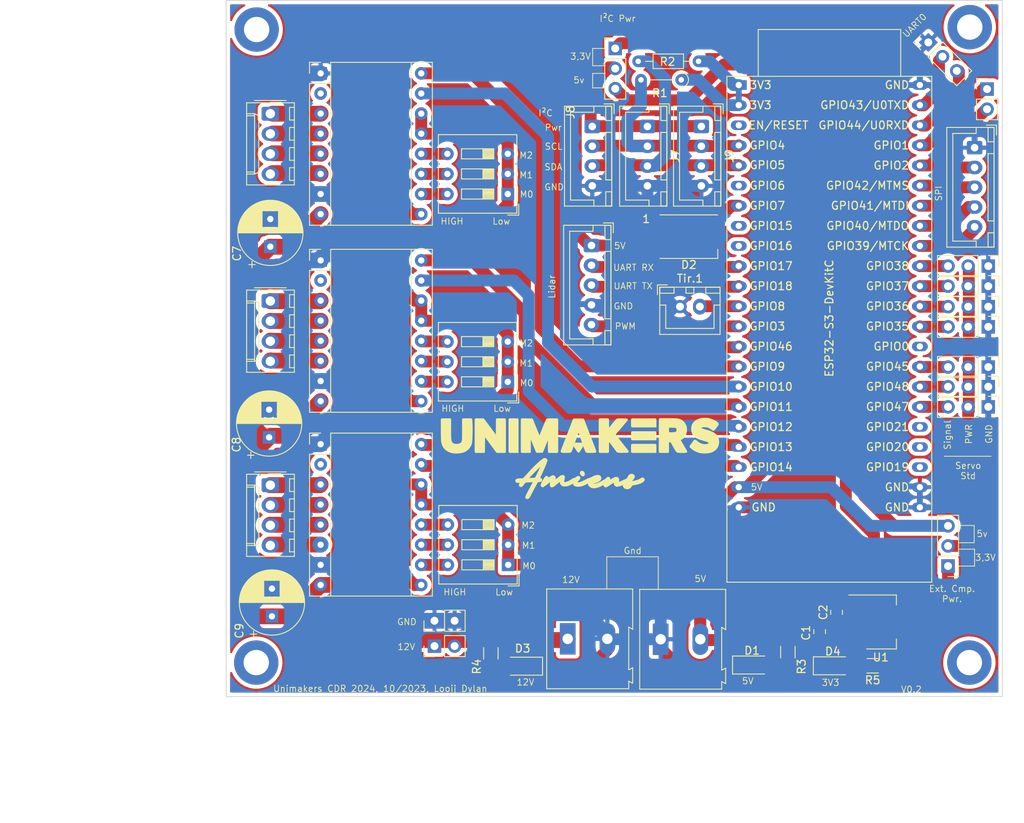
<source format=kicad_pcb>
(kicad_pcb (version 20221018) (generator pcbnew)
  (title_block (title "Robot Unimakers CDR 2024") (date "2023-10-21") (rev "V0.2") (comment 4 "AISLER Project ID: SVBFSYCL"))
  (layers (0 "F.Cu" signal "Front") (31 "B.Cu" signal "Back") (34 "B.Paste" user) (35 "F.Paste" user) (36 "B.SilkS" user "B.Silkscreen") (37 "F.SilkS" user "F.Silkscreen") (38 "B.Mask" user) (39 "F.Mask" user) (44 "Edge.Cuts" user))
  (net 0 "")
  (net 1 "GND")
  (net 3 "Net-(A1-A2)")
  (net 4 "Net-(A1-A1)")
  (net 5 "Net-(A1-B1)")
  (net 6 "Net-(A1-B2)")
  (net 7 "+12V")
  (net 8 "EN")
  (net 9 "Net-(A1-M0)")
  (net 10 "Net-(A1-M1)")
  (net 11 "Net-(A1-M2)")
  (net 12 "+5V")
  (net 13 "STEP1")
  (net 14 "DIR1")
  (net 16 "Net-(A2-A2)")
  (net 17 "Net-(A2-A1)")
  (net 18 "Net-(A2-B1)")
  (net 19 "Net-(A2-B2)")
  (net 20 "Net-(A2-M0)")
  (net 21 "Net-(A2-M1)")
  (net 22 "Net-(A2-M2)")
  (net 23 "STEP2")
  (net 24 "DIR2")
  (net 26 "LIDARRX")
  (net 27 "LIDARTX")
  (net 28 "PWMLIDAR")
  (net 29 "SCL")
  (net 30 "SDA")
  (net 31 "Neopixel")
  (net 33 "Net-(A3-A2)")
  (net 34 "Net-(A3-A1)")
  (net 35 "Net-(A3-B1)")
  (net 36 "Net-(A3-B2)")
  (net 37 "Net-(A3-M0)")
  (net 38 "Net-(A3-M1)")
  (net 39 "Net-(A3-M2)")
  (net 40 "STEP3")
  (net 41 "DIR3")
  (net 44 "Net-(Tir.1-Pin_2)")
  (net 49 "Net-(J23-Pin_2)")
  (net 50 "Net-(J23-Pin_3)")
  (net 51 "Net-(J23-Pin_4)")
  (net 52 "Net-(J22-Pin_3)")
  (net 53 "Net-(J22-Pin_2)")
  (net 56 "+3.3V")
  (net 57 "/GP35")
  (net 58 "/GP36")
  (net 59 "/GP37")
  (net 60 "/GP38")
  (net 61 "/GP1")
  (net 62 "/GP2")
  (net 63 "Net-(J12-Pin_2)")
  (net 64 "Net-(D1-A)")
  (net 65 "Net-(D3-A)")
  (net 66 "+3.3VP")
  (net 67 "Net-(J18-Pin_2)")
  (net 68 "Net-(D4-A)")
  (net 69 "Net-(J19-Pin_3)")
  (net 70 "Net-(J20-Pin_3)")
  (net 71 "Net-(J21-Pin_3)")
  (net 72 "Net-(J23-Pin_5)")
  (footprint "MountingHole:MountingHole_3.2mm_M3_DIN965_Pad" (layer "F.Cu") (at 116.8908 104.0892)
    (fp_text reference "H2" hide)
    (fp_text value "MountingHole")
  )
  (footprint "MountingHole:MountingHole_3.2mm_M3_DIN965_Pad" (layer "F.Cu") (at 116.84 184.3532)
    (fp_text reference "H1" hide)
    (fp_text value "MountingHole")
  )
  (footprint "Module:Pololu_Breakout-16_15.2x20.3mm" (layer "F.Cu") (at 34.9504 156.7688)
    (fp_text reference "A1" hide)
    (fp_text value "Pololu_Breakout_DRV8825")
  )
  (footprint "Capacitor_SMD:C_0805_2012Metric_Pad1.18x1.45mm_HandSolder" (layer "F.Cu") (at 97.9424 180.4416 90)
    (fp_text reference "C1")
    (fp_text value "C_Small")
  )
  (footprint "LED_SMD:LED_1206_3216Metric_Pad1.42x1.75mm_HandSolder" (layer "F.Cu") (at 89.408 184.658)
    (fp_text reference "D1")
    (fp_text value "LED_Small")
  )
  (footprint "Connector_PinHeader_2.54mm:PinHeader_1x02_P2.54mm_Vertical" (layer "F.Cu") (at 119.0752 111.9124)
    (fp_text reference "J11" hide)
    (fp_text value "Conn_01x02")
  )
  (footprint "Connector_PinHeader_2.54mm:PinHeader_1x02_P2.54mm_Vertical" (layer "F.Cu") (at 49.3218 179.07 90)
    (fp_text reference "J17" hide)
    (fp_text value "Conn_01x02")
  )
  (footprint "Connector_PinHeader_2.54mm:PinHeader_1x03_P2.54mm_Vertical" (layer "F.Cu") (at 119.2276 141.9428 -90)
    (fp_text reference "J14" hide)
    (fp_text value "Conn_01x03")
  )
  (footprint "Resistor_SMD:R_1206_3216Metric_Pad1.30x1.75mm_HandSolder" (layer "F.Cu") (at 56.4388 183.1848 90)
    (fp_text reference "R4")
    (fp_text value "R_Small")
  )
  (footprint "Connector_PinHeader_2.54mm:PinHeader_1x03_P2.54mm_Vertical" (layer "F.Cu") (at 119.2276 136.812 -90)
    (fp_text reference "J12" hide)
    (fp_text value "Conn_01x03")
  )
  (footprint "Connector_PinHeader_2.54mm:PinHeader_1x03_P2.54mm_Vertical" (layer "F.Cu") (at 119.2276 152.052 -90)
    (fp_text reference "J20" hide)
    (fp_text value "Conn_01x03")
  )
  (footprint "Module:Pololu_Breakout-16_15.2x20.3mm" (layer "F.Cu") (at 34.9504 109.9312)
    (fp_text reference "A3" hide)
    (fp_text value "Pololu_Breakout_DRV8825")
  )
  (footprint "Connector_JST:JST_XH_B2B-XH-A_1x02_P2.50mm_Vertical" (layer "F.Cu") (at 80.3148 139.3952)
    (fp_text reference "Tir.1")
    (fp_text value "Conn_01x02")
  )
  (footprint "Connector_PinHeader_2.54mm:PinHeader_1x03_P2.54mm_Vertical" (layer "F.Cu") (at 119.2276 149.512 -90)
    (fp_text reference "J21" hide)
    (fp_text value "Conn_01x03")
  )
  (footprint "Resistor_THT:R_Axial_DIN0204_L3.6mm_D1.6mm_P5.08mm_Vertical" (layer "F.Cu") (at 80.4672 110.744 180)
    (fp_text reference "R1")
    (fp_text value "R")
  )
  (footprint "Connector_JST:JST_XH_B4B-XH-A_1x04_P2.50mm_Vertical" (layer "F.Cu") (at 83.0072 116.6368 -90)
    (fp_text reference "J9")
    (fp_text value "Conn_01x04")
  )
  (footprint "TerminalBlock:TerminalBlock_Altech_AK300-2_P5.00mm" (layer "F.Cu") (at 66.1416 181.356)
    (fp_text reference "J6" hide)
    (fp_text value "Conn_01x02")
  )
  (footprint "Resistor_THT:R_Axial_DIN0204_L3.6mm_D1.6mm_P7.62mm_Horizontal" (layer "F.Cu") (at 82.6516 108.4072 180)
    (fp_text reference "R2")
    (fp_text value "R")
  )
  (footprint "Connector_JST:JST_XH_B5B-XH-A_1x05_P2.50mm_Vertical" (layer "F.Cu") (at 69.1388 131.6736 -90)
    (fp_text reference "J5" hide)
    (fp_text value "Conn_01x05")
  )
  (footprint "Connector_PinHeader_2.54mm:PinHeader_1x03_P2.54mm_Vertical" (layer "F.Cu") (at 111.6584 106.0196 45)
    (fp_text reference "J22" hide)
    (fp_text value "Conn_01x03")
  )
  (footprint "Button_Switch_THT:SW_DIP_SPSTx03_Slide_9.78x9.8mm_W7.62mm_P2.54mm" (layer "F.Cu") (at 58.6232 172.0088 180)
    (fp_text reference "SW4" hide)
    (fp_text value "SW_DIP_x03")
  )
  (footprint "MountingHole:MountingHole_3.2mm_M3_DIN965_Pad" (layer "F.Cu") (at 26.8732 104.394)
    (fp_text reference "H4" hide)
    (fp_text value "MountingHole")
  )
  (footprint "Connector_PinHeader_2.54mm:PinHeader_1x03_P2.54mm_Vertical" (layer "F.Cu") (at 119.2276 134.272 -90)
    (fp_text reference "J3" hide)
    (fp_text value "Conn_01x03")
  )
  (footprint "LED_SMD:LED_1206_3216Metric_Pad1.42x1.75mm_HandSolder" (layer "F.Cu") (at 60.5028 184.8104 180)
    (fp_text reference "D3")
    (fp_text value "LED_Small")
  )
  (footprint "ESP32:ESP32-S3-DevKitC" (layer "F.Cu") (at 87.7316 111.4044)
    (fp_text reference "U2" hide)
    (fp_text value "ESP32-S3-DevKitC")
  )
  (footprint "Connector_JST:JST_XH_B4B-XH-A_1x04_P2.50mm_Vertical" (layer "F.Cu") (at 69.2404 116.6368 -90)
    (fp_text reference "J8")
    (fp_text value "Conn_01x04")
  )
  (footprint "Connector_PinHeader_2.54mm:PinHeader_1x03_P2.54mm_Vertical" (layer "F.Cu") (at 119.2276 147.0228 -90)
    (fp_text reference "J19" hide)
    (fp_text value "Conn_01x03")
  )
  (footprint "Connector_PinHeader_2.54mm:PinHeader_1x03_P2.54mm_Vertical" (layer "F.Cu") (at 119.2276 139.4028 -90)
    (fp_text reference "J13" hide)
    (fp_text value "Conn_01x03")
  )
  (footprint "TerminalBlock:TerminalBlock_Altech_AK300-2_P5.00mm" (layer "F.Cu") (at 77.8764 181.4068)
    (fp_text reference "J1" hide)
    (fp_text value "Conn_01x02")
  )
  (footprint "Connector_JST:JST_XH_B4B-XH-A_1x04_P2.50mm_Vertical" (layer "F.Cu") (at 76.2 116.6368 -90)
    (fp_text reference "J7")
    (fp_text value "Conn_01x04")
  )
  (footprint "Capacitor_THT:CP_Radial_D8.0mm_P3.50mm" (layer "F.Cu") (at 28.448 155.9052 90)
    (fp_text reference "C8")
    (fp_text value "C_Polarized")
  )
  (footprint "Connector_PinHeader_2.54mm:PinHeader_1x03_P2.54mm_Vertical" (layer "F.Cu") (at 114.1476 172.1612 180)
    (fp_text reference "J15" hide)
    (fp_text value "Conn_01x03")
  )
  (footprint "Capacitor_THT:CP_Radial_D8.0mm_P3.50mm" (layer "F.Cu") (at 28.6004 131.826 90)
    (fp_text reference "C7")
    (fp_text value "C_Polarized")
  )
  (footprint "Connector_PinHeader_2.54mm:PinHeader_1x03_P2.54mm_Vertical" (layer "F.Cu") (at 72.136 106.7816)
    (fp_text reference "J18" hide)
    (fp_text value "Conn_01x03")
  )
  (footprint "Connector_Molex:Molex_KK-254_AE-6410-04A_1x04_P2.54mm_Vertical" (layer "F.Cu") (at 28.6004 115.0258 -90)
    (fp_text reference "J10" hide)
    (fp_text value "Conn_01x04")
  )
  (footprint "Connector_JST:JST_XH_B5B-XH-A_1x05_P2.50mm_Vertical" (layer "F.Cu") (at 117.5004 119.3184 -90)
    (fp_text reference "J23" hide)
    (fp_text value "Conn_01x05")
  )
  (footprint "Resistor_SMD:R_1206_3216Metric_Pad1.30x1.75mm_HandSolder" (layer "F.Cu") (at 104.6337 184.7596 180)
    (fp_text reference "R5")
    (fp_text value "R_Small")
  )
  (footprint "Module:Pololu_Breakout-16_15.2x20.3mm" (layer "F.Cu") (at 34.9504 133.5532)
    (fp_text reference "A2" hide)
    (fp_text value "Pololu_Breakout_DRV8825")
  )
  (footprint "Connector_PinHeader_2.54mm:PinHeader_1x02_P2.54mm_Vertical" (layer "F.Cu") (at 49.3218 182.2704 90)
    (fp_text reference "J16" hide)
    (fp_text value "Conn_01x02")
  )
  (footprint "Resistor_SMD:R_1206_3216Metric_Pad1.30x1.75mm_HandSolder" (layer "F.Cu") (at 93.9292 183.0324 -90)
    (fp_text reference "R3")
    (fp_text value "R_Small")
  )
  (footprint "LED_SMD:LED_1206_3216Metric_Pad1.42x1.75mm_HandSolder" (layer "F.Cu") (at 99.6045 184.7596)
    (fp_text reference "D4")
    (fp_text value "LED_Small")
  )
  (footprint "LED_SMD:LED_WS2812B_PLCC4_5.0x5.0mm_P3.2mm" (layer "F.Cu") (at 81.4324 130.556)
    (fp_text reference "D2")
    (fp_text value "WS2812B")
  )
  (footprint "Button_Switch_THT:SW_DIP_SPSTx03_Slide_9.78x9.8mm_W7.62mm_P2.54mm" (layer "F.Cu") (at 58.5724 125.1712 180)
    (fp_text reference "SW5" hide)
    (fp_text value "SW_DIP_x03")
  )
  (footprint "Package_TO_SOT_SMD:SOT-223-3_TabPin2" (layer "F.Cu") (at 105.7148 179.2224)
    (fp_text reference "U1")
    (fp_text value "AMS1117-3.3")
  )
  (footprint "Capacitor_THT:CP_Radial_D8.0mm_P3.50mm" (layer "F.Cu") (at 28.8036 178.5112 90)
    (fp_text reference "C9")
    (fp_text value "C_Polarized")
  )
  (footprint "Button_Switch_THT:SW_DIP_SPSTx03_Slide_9.78x9.8mm_W7.62mm_P2.54mm" (layer "F.Cu") (at 58.5724 148.8948 180)
    (fp_text reference "SW3" hide)
    (fp_text value "SW_DIP_x03")
  )
  (footprint "MountingHole:MountingHole_3.2mm_M3_DIN965_Pad" (layer "F.Cu") (at 26.8224 184.3532)
    (fp_text reference "H3" hide)
    (fp_text value "MountingHole")
  )
  (footprint "Capacitor_SMD:C_0805_2012Metric_Pad1.18x1.45mm_HandSolder" (layer "F.Cu") (at 100.076 178.0032 90)
    (fp_text reference "C2")
    (fp_text value "C_Small")
  )
  (footprint "Connector_Molex:Molex_KK-254_AE-6410-04A_1x04_P2.54mm_Vertical" (layer "F.Cu") (at 28.6004 161.9434 -90)
    (fp_text reference "J2" hide)
    (fp_text value "Conn_01x04")
  )
  (footprint "Connector_Molex:Molex_KK-254_AE-6410-04A_1x04_P2.54mm_Vertical" (layer "F.Cu") (at 28.6004 138.684 -90)
    (fp_text reference "J4" hide)
    (fp_text value "Conn_01x04")
  )
  (gr_poly (pts (xy 59.765371 157.707727) (xy 58.832968 157.707727) (xy 58.832968 153.667306) (xy 59.765371 153.667306)) (stroke (width 0.330381)) (fill solid) (layer "F.SilkS"))
  (gr_poly (pts (xy 77.170278 156.114862) (xy 74.29537 156.114862) (xy 74.29537 155.29902) (xy 77.170278 155.29902)) (stroke (width 0.330381)) (fill solid) (layer "F.SilkS"))
  (gr_line (start 117.5004 172.1612) (end 115.4776 172.1612) (stroke (width 0.1)) (layer "F.SilkS"))
  (gr_poly (pts (xy 67.949022 160.29183) (xy 67.958973 160.29339) (xy 67.968997 160.29593) (xy 67.97906 160.299402) (xy 67.989127 160.303757) (xy 67.999165 160.308948) (xy 68.009141 160.314925) (xy 68.019019 160.32164) (xy 68.028767 160.329044) (xy 68.03835 160.337089) (xy 68.047735 160.345727) (xy 68.056888 160.354908) (xy 68.065775 160.364584) (xy 68.074362 160.374708) (xy 68.082615 160.385229) (xy 68.090502 160.3961) (xy 68.097986 160.407273) (xy 68.105036 160.418698) (xy 68.111617 160.430327) (xy 68.117695 160.442112) (xy 68.123237 160.454004) (xy 68.128208 160.465955) (xy 68.132575 160.477916) (xy 68.136304 160.489838) (xy 68.139361 160.501674) (xy 68.141712 160.513374) (xy 68.143324 160.52489) (xy 68.144162 160.536173) (xy 68.144193 160.547176) (xy 68.143383 160.557849) (xy 68.141698 160.568144) (xy 68.139105 160.578012) (xy 68.135862 160.587477) (xy 68.132339 160.596336) (xy 68.128542 160.60459) (xy 68.124475 160.612238) (xy 68.120143 160.61928) (xy 68.115552 160.625716) (xy 68.110706 160.631546) (xy 68.105611 160.636771) (xy 68.100271 160.641388) (xy 68.094692 160.6454) (xy 68.088878 160.648805) (xy 68.082836 160.651603) (xy 68.076569 160.653795) (xy 68.070082 160.655379) (xy 68.063382 160.656357) (xy 68.056473 160.656728) (xy 68.049359 160.656492) (xy 68.042046 160.655648) (xy 68.03454 160.654197) (xy 68.026844 160.652138) (xy 68.018965 160.649472) (xy 68.010907 160.646199) (xy 68.002675 160.642317) (xy 67.994274 160.637827) (xy 67.985709 160.63273) (xy 67.976986 160.627024) (xy 67.96811 160.62071) (xy 67.959084 160.613787) (xy 67.949915 160.606256) (xy 67.940608 160.598116) (xy 67.931167 160.589368) (xy 67.921598 160.580011) (xy 67.921575 160.580316) (xy 67.91237 160.570538) (xy 67.903824 160.560308) (xy 67.895935 160.549677) (xy 67.8887 160.538694) (xy 67.882115 160.527409) (xy 67.876178 160.515873) (xy 67.870886 160.504135) (xy 67.866235 160.492246) (xy 67.862223 160.480255) (xy 67.858846 160.468212) (xy 67.856102 160.456167) (xy 67.853987 160.44417) (xy 67.852499 160.432272) (xy 67.851633 160.420521) (xy 67.851388 160.408969) (xy 67.851761 160.397664) (xy 67.852747 160.386658) (xy 67.854345 160.376) (xy 67.85655 160.365739) (xy 67.859361 160.355926) (xy 67.862774 160.346612) (xy 67.866785 160.337845) (xy 67.871393 160.329676) (xy 67.876594 160.322154) (xy 67.882384 160.315331) (xy 67.888761 160.309255) (xy 67.895722 160.303977) (xy 67.903264 160.299546) (xy 67.911383 160.296013) (xy 67.920077 160.293427) (xy 67.929342 160.29184) (xy 67.939176 160.291299)) (stroke (width 0.330381)) (fill solid) (layer "F.SilkS"))
  (gr_line (start 71.0692 170.9928) (end 77.5716 170.9928) (stroke (width 0.1)) (layer "F.SilkS"))
  (gr_line (start 71.0692 175.006) (end 71.0692 170.9928) (stroke (width 0.1)) (layer "F.SilkS"))
  (gr_line (start 69.2912 111.76) (end 69.2912 109.9312) (stroke (width 0.1)) (layer "F.SilkS"))
  (gr_line (start 69.2912 106.7816) (end 69.2912 108.966) (stroke (width 0.1)) (layer "F.SilkS"))
  (gr_line (start 117.5004 170.0276) (end 117.5004 172.1612) (stroke (width 0.1)) (layer "F.SilkS"))
  (gr_poly (pts (xy 55.597784 153.853784) (xy 55.712948 154.005215) (xy 55.918147 154.279687) (xy 56.482527 155.041818) (xy 57.220678 156.043374) (xy 57.230947 154.85534) (xy 57.241224 153.667306) (xy 58.172506 153.667306) (xy 58.172506 157.707727) (xy 57.243414 157.707727) (xy 57.145315 157.58146) (xy 57.048163 157.451341) (xy 56.856149 157.190465) (xy 56.298666 156.427789) (xy 55.550115 155.400384) (xy 55.539823 156.554056) (xy 55.529531 157.707727) (xy 54.559423 157.707727) (xy 54.559438 155.687524) (xy 54.559438 153.667306) (xy 55.451193 153.667306)) (stroke (width 0.330381)) (fill solid) (layer "F.SilkS"))
  (gr_line (start 69.2912 109.9312) (end 70.866 109.9312) (stroke (width 0.1)) (layer "F.SilkS"))
  (gr_poly (pts (xy 74.223073 160.670785) (xy 74.242529 160.672559) (xy 74.261804 160.675832) (xy 74.280849 160.68063) (xy 74.299613 160.686979) (xy 74.318043 160.694905) (xy 74.336091 160.704436) (xy 74.353704 160.715598) (xy 74.370832 160.728418) (xy 74.381857 160.737766) (xy 74.391975 160.747244) (xy 74.40118 160.756869) (xy 74.409467 160.766663) (xy 74.41683 160.776645) (xy 74.423265 160.786835) (xy 74.428766 160.797253) (xy 74.433327 160.807918) (xy 74.436943 160.818852) (xy 74.439609 160.830073) (xy 74.44132 160.841601) (xy 74.44207 160.853457) (xy 74.441853 160.865661) (xy 74.440665 160.878231) (xy 74.4385 160.891189) (xy 74.435353 160.904554) (xy 74.431218 160.918345) (xy 74.42609 160.932584) (xy 74.419964 160.947289) (xy 74.412835 160.962481) (xy 74.404696 160.978179) (xy 74.395543 160.994404) (xy 74.38537 161.011175) (xy 74.374172 161.028512) (xy 74.361944 161.046435) (xy 74.34868 161.064964) (xy 74.334375 161.08412) (xy 74.319023 161.103921) (xy 74.285159 161.14554) (xy 74.247045 161.189981) (xy 74.224576 161.215961) (xy 74.204102 161.240408) (xy 74.185566 161.263437) (xy 74.168907 161.285162) (xy 74.154066 161.3057) (xy 74.140983 161.325164) (xy 74.129599 161.343669) (xy 74.119855 161.361331) (xy 74.11169 161.378265) (xy 74.105046 161.394584) (xy 74.099863 161.410405) (xy 74.096081 161.425841) (xy 74.093641 161.441009) (xy 74.092484 161.456023) (xy 74.092549 161.470997) (xy 74.093778 161.486047) (xy 74.095346 161.497772) (xy 74.09722 161.508778) (xy 74.099461 161.519071) (xy 74.102129 161.528655) (xy 74.105284 161.537537) (xy 74.108985 161.545722) (xy 74.113294 161.553215) (xy 74.11827 161.560023) (xy 74.123973 161.56615) (xy 74.130462 161.571602) (xy 74.1378 161.576385) (xy 74.146044 161.580503) (xy 74.155255 161.583964) (xy 74.165494 161.586771) (xy 74.17682 161.588931) (xy 74.189294 161.59045) (xy 74.202975 161.591331) (xy 74.217923 161.591583) (xy 74.234199 161.591208) (xy 74.251862 161.590214) (xy 74.270973 161.588606) (xy 74.291592 161.586388) (xy 74.313778 161.583568) (xy 74.337592 161.58015) (xy 74.363094 161.576139) (xy 74.390344 161.571542) (xy 74.450327 161.560609) (xy 74.518021 161.547396) (xy 74.593908 161.531946) (xy 74.721775 161.50341) (xy 74.841902 161.472159) (xy 74.954676 161.438045) (xy 75.008427 161.419869) (xy 75.060486 161.400922) (xy 75.110901 161.381187) (xy 75.15972 161.360645) (xy 75.206993 161.339279) (xy 75.252768 161.317068) (xy 75.297093 161.293997) (xy 75.340018 161.270045) (xy 75.38159 161.245196) (xy 75.421858 161.21943) (xy 75.444739 161.204476) (xy 75.465672 161.191238) (xy 75.484802 161.179679) (xy 75.502275 161.169762) (xy 75.518236 161.16145) (xy 75.532831 161.154706) (xy 75.546204 161.149492) (xy 75.558501 161.145772) (xy 75.569868 161.143509) (xy 75.575248 161.142912) (xy 75.58045 161.142665) (xy 75.585491 161.142764) (xy 75.590392 161.143204) (xy 75.595168 161.14398) (xy 75.599839 161.145088) (xy 75.608938 161.148281) (xy 75.617833 161.152744) (xy 75.626671 161.158443) (xy 75.635595 161.165338) (xy 75.64366 161.172278) (xy 75.651089 161.17919) (xy 75.657882 161.186083) (xy 75.664035 161.192963) (xy 75.669546 161.19984) (xy 75.674413 161.206722) (xy 75.678635 161.213615) (xy 75.682208 161.220529) (xy 75.685131 161.227471) (xy 75.687401 161.23445) (xy 75.689017 161.241472) (xy 75.689975 161.248547) (xy 75.690275 161.255682) (xy 75.689913 161.262886) (xy 75.688887 161.270166) (xy 75.687196 161.27753) (xy 75.684836 161.284986) (xy 75.681807 161.292543) (xy 75.678105 161.300208) (xy 75.673728 161.30799) (xy 75.668675 161.315896) (xy 75.662942 161.323934) (xy 75.656529 161.332112) (xy 75.649432 161.340439) (xy 75.64165 161.348922) (xy 75.63318 161.35757) (xy 75.624019 161.366389) (xy 75.614167 161.37539) (xy 75.603621 161.384578) (xy 75.592377 161.393963) (xy 75.567793 161.413354) (xy 75.529005 161.441639) (xy 75.488312 161.468726) (xy 75.445518 161.494686) (xy 75.400428 161.519589) (xy 75.352846 161.543508) (xy 75.302577 161.566512) (xy 75.249425 161.588673) (xy 75.193195 161.610063) (xy 75.133692 161.630751) (xy 75.070719 161.65081) (xy 75.004082 161.67031) (xy 74.933585 161.689321) (xy 74.859033 161.707916) (xy 74.78023 161.726166) (xy 74.696981 161.74414) (xy 74.609091 161.761911) (xy 74.461288 161.791152) (xy 74.349174 161.814922) (xy 74.304643 161.825574) (xy 74.266805 161.83584) (xy 74.234918 161.846048) (xy 74.208239 161.856525) (xy 74.186025 161.867599) (xy 74.167534 161.879597) (xy 74.152022 161.892846) (xy 74.138746 161.907675) (xy 74.126964 161.92441) (xy 74.115933 161.943379) (xy 74.093153 161.989328) (xy 74.085853 162.00394) (xy 74.0777 162.018976) (xy 74.068779 162.034323) (xy 74.05918 162.049866) (xy 74.048988 162.065494) (xy 74.038292 162.081091) (xy 74.027179 162.096545) (xy 74.015735 162.111741) (xy 74.004049 162.126568) (xy 73.992208 162.14091) (xy 73.980299 162.154654) (xy 73.968409 162.167688) (xy 73.956625 162.179897) (xy 73.945036 162.191169) (xy 73.933728 162.201388) (xy 73.922788 162.210443) (xy 73.909594 162.220236) (xy 73.895725 162.229411) (xy 73.881229 162.237968) (xy 73.866149 162.245905) (xy 73.834423 162.259922) (xy 73.800913 162.271459) (xy 73.765981 162.280513) (xy 73.729992 162.287081) (xy 73.693311 162.291162) (xy 73.656302 162.292751) (xy 73.619329 162.291846) (xy 73.582755 162.288444) (xy 73.546946 162.282543) (xy 73.512266 162.27414) (xy 73.479077 162.263231) (xy 73.447746 162.249815) (xy 73.432891 162.242166) (xy 73.418636 162.233888) (xy 73.405027 162.224982) (xy 73.392111 162.215448) (xy 73.391996 162.21499) (xy 73.366317 162.193294) (xy 73.343493 162.170936) (xy 73.323472 162.148004) (xy 73.306202 162.124586) (xy 73.291632 162.100772) (xy 73.279711 162.076649) (xy 73.270387 162.052307) (xy 73.263609 162.027834) (xy 73.259324 162.003319) (xy 73.257483 161.97885) (xy 73.257924 161.959311) (xy 73.536797 161.959311) (xy 73.536908 161.962203) (xy 73.5373 161.965155) (xy 73.53797 161.968176) (xy 73.538916 161.971272) (xy 73.540135 161.97445) (xy 73.541625 161.977717) (xy 73.543385 161.981081) (xy 73.545411 161.984549) (xy 73.547702 161.988127) (xy 73.550254 161.991823) (xy 73.553067 161.995643) (xy 73.559461 162.003686) (xy 73.565266 162.01036) (xy 73.571229 162.016584) (xy 73.577346 162.022358) (xy 73.583612 162.027681) (xy 73.59002 162.032555) (xy 73.596566 162.036979) (xy 73.603243 162.040953) (xy 73.610047 162.044478) (xy 73.616971 162.047554) (xy 73.624011 162.050181) (xy 73.631161 162.052359) (xy 73.638415 162.054088) (xy 73.645768 162.055368) (xy 73.653215 162.0562) (xy 73.660749 162.056584) (xy 73.668366 162.05652) (xy 73.67606 162.056008) (xy 73.683825 162.055048) (xy 73.691657 162.05364) (xy 73.699548 162.051785) (xy 73.707495 162.049483) (xy 73.715492 162.046733) (xy 73.723532 162.043537) (xy 73.731611 162.039894) (xy 73.739723 162.035804) (xy 73.747862 162.031268) (xy 73.756024 162.026285) (xy 73.764202 162.020857) (xy 73.772392 162.014982) (xy 73.780587 162.008661) (xy 73.788782 162.001895) (xy 73.796972 161.994684) (xy 73.804205 161.987975) (xy 73.811236 161.981116) (xy 73.818029 161.974159) (xy 73.824547 161.967153) (xy 73.830754 161.960149) (xy 73.836613 161.953196) (xy 73.842087 161.946345) (xy 73.847141 161.939647) (xy 73.851737 161.933151) (xy 73.855839 161.926908) (xy 73.85941 161.920969) (xy 73.862414 161.915382) (xy 73.864814 161.9102) (xy 73.866573 161.905471) (xy 73.867656 161.901247) (xy 73.867932 161.899339) (xy 73.868025 161.897577) (xy 73.867492 161.893361) (xy 73.865929 161.889452) (xy 73.863386 161.885848) (xy 73.859913 161.882546) (xy 73.855561 161.879545) (xy 73.850381 161.876844) (xy 73.844424 161.874441) (xy 73.83774 161.872335) (xy 73.83038 161.870524) (xy 73.822394 161.869005) (xy 73.804748 161.866843) (xy 73.785209 161.865834) (xy 73.764181 161.865966) (xy 73.74207 161.867227) (xy 73.71928 161.869604) (xy 73.696219 161.873083) (xy 73.67329 161.877653) (xy 73.650899 161.8833) (xy 73.629452 161.890012) (xy 73.619208 161.893764) (xy 73.609353 161.897776) (xy 73.599936 161.902049) (xy 73.591009 161.906579) (xy 73.580028 161.912654) (xy 73.570335 161.918464) (xy 73.565965 161.921287) (xy 73.561909 161.924065) (xy 73.558167 161.926806) (xy 73.554734 161.929516) (xy 73.55161 161.932202) (xy 73.548791 161.934871) (xy 73.546275 161.937531) (xy 73.544061 161.940188) (xy 73.542145 161.94285) (xy 73.540526 161.945523) (xy 73.539201 161.948215) (xy 73.538168 161.950933) (xy 73.537424 161.953683) (xy 73.536968 161.956474) (xy 73.536797 161.959311) (xy 73.257924 161.959311) (xy 73.258033 161.954516) (xy 73.260922 161.930405) (xy 73.2661 161.906607) (xy 73.273514 161.88321) (xy 73.283114 161.860302) (xy 73.294848 161.837972) (xy 73.308664 161.816309) (xy 73.324512 161.795401) (xy 73.342338 161.775337) (xy 73.362093 161.756206) (xy 73.383724 161.738096) (xy 73.40718 161.721096) (xy 73.43241 161.705294) (xy 73.459361 161.690779) (xy 73.487984 161.67764) (xy 73.518225 161.665965) (xy 73.550035 161.655844) (xy 73.58336 161.647363) (xy 73.61815 161.640614) (xy 73.654354 161.635682) (xy 73.691919 161.632659) (xy 73.730795 161.631631) (xy 73.750453 161.631448) (xy 73.768256 161.630869) (xy 73.784284 161.629849) (xy 73.798618 161.628344) (xy 73.811339 161.626309) (xy 73.822528 161.6237) (xy 73.832267 161.620473) (xy 73.836618 161.618613) (xy 73.840637 161.616582) (xy 73.844334 161.614374) (xy 73.847718 161.611984) (xy 73.850801 161.609405) (xy 73.853592 161.606633) (xy 73.856102 161.603662) (xy 73.85834 161.600485) (xy 73.860317 161.597099) (xy 73.862043 161.593497) (xy 73.863527 161.589673) (xy 73.864781 161.585622) (xy 73.866637 161.576817) (xy 73.867691 161.567037) (xy 73.868025 161.556238) (xy 73.867841 161.544503) (xy 73.867266 161.533565) (xy 73.866266 161.523426) (xy 73.864805 161.514089) (xy 73.86285 161.505557) (xy 73.860364 161.497835) (xy 73.857314 161.490925) (xy 73.853665 161.484831) (xy 73.849381 161.479555) (xy 73.846991 161.477226) (xy 73.844429 161.475102) (xy 73.841691 161.473185) (xy 73.838773 161.471475) (xy 73.83567 161.469972) (xy 73.832378 161.468677) (xy 73.825211 161.466711) (xy 73.817236 161.465581) (xy 73.808417 161.465289) (xy 73.798722 161.465841) (xy 73.788114 161.467237) (xy 73.77656 161.469483) (xy 73.764024 161.472582) (xy 73.750471 161.476536) (xy 73.735867 161.481349) (xy 73.720178 161.487024) (xy 73.703367 161.493565) (xy 73.685402 161.500975) (xy 73.666246 161.509258) (xy 73.645865 161.518416) (xy 73.601289 161.539373) (xy 73.551396 161.563873) (xy 73.495909 161.591943) (xy 73.355927 161.659117) (xy 73.199277 161.726907) (xy 73.034397 161.79236) (xy 72.869726 161.852529) (xy 72.713702 161.904462) (xy 72.574765 161.945209) (xy 72.514341 161.960467) (xy 72.461352 161.971821) (xy 72.416854 161.978904) (xy 72.381902 161.981347) (xy 72.369608 161.980989) (xy 72.357339 161.979928) (xy 72.34512 161.978187) (xy 72.332973 161.97579) (xy 72.320924 161.972758) (xy 72.308995 161.969114) (xy 72.297212 161.964882) (xy 72.285597 161.960082) (xy 72.274176 161.954739) (xy 72.262971 161.948874) (xy 72.252007 161.94251) (xy 72.241307 161.935671) (xy 72.230896 161.928377) (xy 72.220798 161.920653) (xy 72.211036 161.912521) (xy 72.201634 161.904002) (xy 72.192617 161.895121) (xy 72.184008 161.885899) (xy 72.175831 161.876359) (xy 72.168111 161.866524) (xy 72.16087 161.856416) (xy 72.154134 161.846058) (xy 72.147925 161.835473) (xy 72.142269 161.824683) (xy 72.137188 161.81371) (xy 72.132707 161.802578) (xy 72.128849 161.791309) (xy 72.12564 161.779925) (xy 72.123102 161.768449) (xy 72.121259 161.756904) (xy 72.120136 161.745313) (xy 72.119756 161.733697) (xy 72.120059 161.723449) (xy 72.120946 161.711805) (xy 72.122389 161.698898) (xy 72.124356 161.684861) (xy 72.129746 161.653922) (xy 72.136877 161.620046) (xy 72.145508 161.584288) (xy 72.1554 161.547706) (xy 72.166313 161.511357) (xy 72.178007 161.476297) (xy 72.200643 161.41097) (xy 72.219163 161.355155) (xy 72.231667 161.314787) (xy 72.23507 161.30225) (xy 72.236257 161.295801) (xy 72.235195 161.292933) (xy 72.232048 161.291527) (xy 72.226876 161.291546) (xy 72.219739 161.292955) (xy 72.199807 161.299802) (xy 72.172731 161.311784) (xy 72.138988 161.328618) (xy 72.099057 161.350022) (xy 72.053414 161.375712) (xy 72.002538 161.405404) (xy 71.886999 161.475667) (xy 71.75626 161.558545) (xy 71.614145 161.651775) (xy 71.464475 161.753091) (xy 71.373706 161.814551) (xy 71.286396 161.871887) (xy 71.204643 161.923845) (xy 71.130547 161.969171) (xy 71.066207 162.006608) (xy 71.013722 162.034903) (xy 70.97519 162.052801) (xy 70.961813 162.057458) (xy 70.952711 162.059045) (xy 70.942657 162.058744) (xy 70.93291 162.057846) (xy 70.923477 162.056362) (xy 70.914362 162.054302) (xy 70.905571 162.051677) (xy 70.89711 162.048495) (xy 70.888985 162.044767) (xy 70.881201 162.040504) (xy 70.873763 162.035715) (xy 70.866677 162.03041) (xy 70.859949 162.0246) (xy 70.853584 162.018294) (xy 70.847588 162.011503) (xy 70.841966 162.004236) (xy 70.836725 161.996504) (xy 70.831869 161.988317) (xy 70.827404 161.979685) (xy 70.823336 161.970617) (xy 70.81967 161.961125) (xy 70.816412 161.951217) (xy 70.813568 161.940905) (xy 70.811143 161.930198) (xy 70.809142 161.919106) (xy 70.807571 161.90764) (xy 70.806436 161.895809) (xy 70.805743 161.883623) (xy 70.805496 161.871093) (xy 70.805702 161.858229) (xy 70.806366 161.84504) (xy 70.807494 161.831537) (xy 70.809091 161.81773) (xy 70.811163 161.803628) (xy 70.81512 161.776125) (xy 70.817741 161.750963) (xy 70.818556 161.739421) (xy 70.819046 161.728657) (xy 70.819212 161.718736) (xy 70.819056 161.709722) (xy 70.818582 161.70168) (xy 70.817792 161.694674) (xy 70.816689 161.688768) (xy 70.815275 161.684027) (xy 70.813553 161.680516) (xy 70.812577 161.679242) (xy 70.811525 161.678299) (xy 70.810397 161.677695) (xy 70.809194 161.677439) (xy 70.807915 161.677539) (xy 70.806562 161.678003) (xy 70.667599 161.746444) (xy 70.371526 161.893197) (xy 70.248548 161.95201) (xy 70.130478 162.003846) (xy 70.017297 162.048706) (xy 69.908985 162.086593) (xy 69.805521 162.117507) (xy 69.706886 162.141451) (xy 69.613059 162.158425) (xy 69.524019 162.168432) (xy 69.439747 162.171472) (xy 69.360222 162.167547) (xy 69.285424 162.15666) (xy 69.215333 162.13881) (xy 69.149929 162.114001) (xy 69.089191 162.082233) (xy 69.0331 162.043508) (xy 68.981634 161.997827) (xy 68.96015 161.976097) (xy 68.941143 161.956199) (xy 68.924482 161.937778) (xy 68.910038 161.920477) (xy 68.903606 161.912136) (xy 68.89768 161.903941) (xy 68.892243 161.895848) (xy 68.887279 161.887812) (xy 68.882772 161.87979) (xy 68.878705 161.871736) (xy 68.875062 161.863606) (xy 68.871828 161.855356) (xy 68.868985 161.84694) (xy 68.866518 161.838315) (xy 68.86441 161.829436) (xy 68.862645 161.820258) (xy 68.861207 161.810737) (xy 68.86008 161.800829) (xy 68.859247 161.790488) (xy 68.858692 161.779671) (xy 68.858352 161.756429) (xy 68.858929 161.730745) (xy 68.860295 161.702266) (xy 68.862318 161.670633) (xy 68.864682 161.631583) (xy 68.866232 161.595155) (xy 68.866977 161.562144) (xy 68.866929 161.533349) (xy 68.866098 161.509567) (xy 68.864495 161.491594) (xy 68.863407 161.485035) (xy 68.86213 161.480228) (xy 68.860665 161.477272) (xy 68.859863 161.476519) (xy 68.859014 161.476266) (xy 68.855381 161.477257) (xy 68.848066 161.480157) (xy 68.823184 161.491298) (xy 68.785962 161.508908) (xy 68.737993 161.532207) (xy 68.616186 161.592745) (xy 68.47051 161.666665) (xy 68.391524 161.706176) (xy 68.309511 161.745488) (xy 68.22686 161.783565) (xy 68.145963 161.819373) (xy 68.069211 161.851876) (xy 67.998993 161.880038) (xy 67.9377 161.902824) (xy 67.887724 161.919198) (xy 67.8132 161.938981) (xy 67.73803 161.954797) (xy 67.662856 161.966728) (xy 67.588318 161.974853) (xy 67.515057 161.979252) (xy 67.443714 161.980007) (xy 67.374931 161.977198) (xy 67.309347 161.970905) (xy 67.247604 161.961207) (xy 67.190343 161.948187) (xy 67.138205 161.931923) (xy 67.091831 161.912497) (xy 67.051861 161.889989) (xy 67.034478 161.877604) (xy 67.018937 161.864478) (xy 67.005317 161.850622) (xy 66.993699 161.836046) (xy 66.984163 161.820759) (xy 66.976789 161.804773) (xy 66.97433 161.797775) (xy 66.97194 161.78982) (xy 66.969632 161.780999) (xy 66.967419 161.771401) (xy 66.965312 161.761116) (xy 66.963324 161.750236) (xy 66.959754 161.727048) (xy 66.956806 161.70256) (xy 66.954579 161.677494) (xy 66.953171 161.652573) (xy 66.952805 161.640392) (xy 66.95268 161.628518) (xy 66.952317 161.605733) (xy 66.951278 161.584482) (xy 66.949635 161.565228) (xy 66.947463 161.548435) (xy 66.946201 161.541106) (xy 66.944835 161.534566) (xy 66.943372 161.528874) (xy 66.941824 161.524086) (xy 66.940198 161.520262) (xy 66.938504 161.517458) (xy 66.936752 161.515733) (xy 66.935856 161.515294) (xy 66.93495 161.515146) (xy 66.931107 161.516201) (xy 66.923395 161.519296) (xy 66.897202 161.531189) (xy 66.858042 161.549991) (xy 66.80759 161.574867) (xy 66.679507 161.639495) (xy 66.526342 161.718393) (xy 66.407669 161.779237) (xy 66.309432 161.827031) (xy 66.266308 161.846571) (xy 66.226288 161.863493) (xy 66.188704 161.878013) (xy 66.152889 161.890346) (xy 66.118173 161.900706) (xy 66.08389 161.909308) (xy 66.049369 161.916368) (xy 66.013944 161.922101) (xy 65.976945 161.926721) (xy 65.937705 161.930445) (xy 65.849828 161.936059) (xy 65.758858 161.940161) (xy 65.720952 161.941239) (xy 65.687398 161.941494) (xy 65.65767 161.940797) (xy 65.631243 161.939016) (xy 65.607591 161.936021) (xy 65.586188 161.931682) (xy 65.566509 161.925868) (xy 65.548029 161.918449) (xy 65.530221 161.909295) (xy 65.51256 161.898274) (xy 65.494521 161.885258) (xy 65.475577 161.870114) (xy 65.432874 161.832925) (xy 65.410578 161.812789) (xy 65.390962 161.79445) (xy 65.373861 161.7774) (xy 65.3662 161.7692) (xy 65.359106 161.761132) (xy 65.352557 161.753132) (xy 65.346532 161.745138) (xy 65.34101 161.737087) (xy 65.335971 161.728913) (xy 65.331394 161.720555) (xy 65.327258 161.711949) (xy 65.323542 161.703031) (xy 65.320225 161.693738) (xy 65.317287 161.684007) (xy 65.314706 161.673774) (xy 65.312462 161.662976) (xy 65.310534 161.651549) (xy 65.308902 161.639431) (xy 65.307543 161.626557) (xy 65.306438 161.612864) (xy 65.305565 161.59829) (xy 65.304434 161.566241) (xy 65.303983 161.529903) (xy 65.304047 161.488768) (xy 65.304456 161.442331) (xy 65.304498 161.387835) (xy 65.303418 161.337679) (xy 65.301323 161.292912) (xy 65.29832 161.254583) (xy 65.294514 161.223739) (xy 65.292343 161.211452) (xy 65.290012 161.20143) (xy 65.287534 161.193803) (xy 65.284922 161.188703) (xy 65.282189 161.186261) (xy 65.280781 161.186078) (xy 65.279348 161.186609) (xy 65.264315 161.198234) (xy 65.232122 161.224504) (xy 65.124268 161.314319) (xy 64.971816 161.442738) (xy 64.790792 161.596444) (xy 64.605277 161.752024) (xy 64.440595 161.885457) (xy 64.371661 161.939433) (xy 64.314646 161.982549) (xy 64.27179 162.013032) (xy 64.245329 162.029107) (xy 64.224794 162.038224) (xy 64.205365 162.045631) (xy 64.187041 162.051323) (xy 64.169821 162.055295) (xy 64.153705 162.05754) (xy 64.13869 162.058053) (xy 64.124776 162.05683) (xy 64.111962 162.053863) (xy 64.100246 162.049147) (xy 64.089628 162.042677) (xy 64.080106 162.034448) (xy 64.07168 162.024452) (xy 64.064348 162.012686) (xy 64.058109 161.999143) (xy 64.052962 161.983818) (xy 64.048906 161.966705) (xy 64.04594 161.947798) (xy 64.044063 161.927092) (xy 64.043273 161.904581) (xy 64.04357 161.88026) (xy 64.044953 161.854123) (xy 64.047419 161.826164) (xy 64.05097 161.796378) (xy 64.055602 161.76476) (xy 64.061316 161.731302) (xy 64.068109 161.696001) (xy 64.075982 161.65885) (xy 64.084932 161.619844) (xy 64.094959 161.578977) (xy 64.106062 161.536243) (xy 64.11824 161.491637) (xy 64.13149 161.445154) (xy 64.166377 161.321477) (xy 64.192918 161.220195) (xy 64.202247 161.181219) (xy 64.208516 161.151761) (xy 64.211401 161.133128) (xy 64.211473 161.128279) (xy 64.210577 161.126626) (xy 64.206157 161.12906) (xy 64.19588 161.1362) (xy 64.158984 161.163638) (xy 64.028459 161.264411) (xy 63.838735 161.413556) (xy 63.609541 161.595681) (xy 63.481415 161.696775) (xy 63.364081 161.786948) (xy 63.25896 161.865214) (xy 63.167472 161.930583) (xy 63.091035 161.982069) (xy 63.031071 162.018683) (xy 63.007709 162.031104) (xy 62.988998 162.039437) (xy 62.975115 162.043558) (xy 62.966238 162.043344) (xy 62.956077 162.039127) (xy 62.946672 162.034541) (xy 62.938026 162.029557) (xy 62.930144 162.024146) (xy 62.923029 162.01828) (xy 62.916688 162.011931) (xy 62.911123 162.005071) (xy 62.90634 161.99767) (xy 62.902342 161.989701) (xy 62.899135 161.981135) (xy 62.896722 161.971943) (xy 62.895108 161.962098) (xy 62.894297 161.951571) (xy 62.894294 161.940333) (xy 62.895104 161.928356) (xy 62.896729 161.915612) (xy 62.899176 161.902073) (xy 62.902448 161.887709) (xy 62.906549 161.872493) (xy 62.911485 161.856395) (xy 62.917259 161.839389) (xy 62.923877 161.821444) (xy 62.931341 161.802534) (xy 62.939657 161.782629) (xy 62.948829 161.761701) (xy 62.958862 161.739721) (xy 62.96976 161.716662) (xy 62.981526 161.692495) (xy 63.007685 161.640722) (xy 63.037374 161.584176) (xy 63.131293 161.410372) (xy 63.211332 161.267681) (xy 63.279049 161.153871) (xy 63.308773 161.107101) (xy 63.336001 161.066715) (xy 63.360927 161.032434) (xy 63.383745 161.00398) (xy 63.404651 160.981074) (xy 63.423839 160.963438) (xy 63.441503 160.950792) (xy 63.457839 160.942858) (xy 63.47304 160.939358) (xy 63.487303 160.940011) (xy 63.495443 160.941998) (xy 63.503153 160.944748) (xy 63.510429 160.948231) (xy 63.517267 160.952414) (xy 63.523664 160.957267) (xy 63.529616 160.962755) (xy 63.535122 160.968849) (xy 63.540176 160.975516) (xy 63.544775 160.982724) (xy 63.548917 160.990442) (xy 63.552598 160.998637) (xy 63.555814 161.007277) (xy 63.558563 161.016332) (xy 63.56084 161.025768) (xy 63.562642 161.035555) (xy 63.563967 161.045659) (xy 63.56481 161.05605) (xy 63.565168 161.066696) (xy 63.565038 161.077564) (xy 63.564417 161.088623) (xy 63.563301 161.099841) (xy 63.561687 161.111186) (xy 63.559571 161.122627) (xy 63.55695 161.13413) (xy 63.553821 161.145665) (xy 63.55018 161.1572) (xy 63.546024 161.168703) (xy 63.54135 161.180142) (xy 63.536153 161.191484) (xy 63.530432 161.202699) (xy 63.524182 161.213754) (xy 63.5174 161.224618) (xy 63.505092 161.243825) (xy 63.49361 161.262574) (xy 63.483205 161.280397) (xy 63.474128 161.296823) (xy 63.46663 161.31138) (xy 63.460964 161.323598) (xy 63.458896 161.328683) (xy 63.457379 161.333007) (xy 63.456447 161.336511) (xy 63.456129 161.339135) (xy 63.456613 161.339886) (xy 63.458049 161.339972) (xy 63.460415 161.339408) (xy 63.463685 161.33821) (xy 63.472845 161.333971) (xy 63.48534 161.327371) (xy 63.50098 161.318531) (xy 63.519575 161.30757) (xy 63.564873 161.279756) (xy 63.619716 161.244881) (xy 63.682583 161.203896) (xy 63.751958 161.157752) (xy 63.826322 161.1074) (xy 63.957786 161.019356) (xy 64.014276 160.983162) (xy 64.065203 160.951991) (xy 64.111014 160.925693) (xy 64.152155 160.904121) (xy 64.189074 160.887126) (xy 64.222218 160.874561) (xy 64.252036 160.866276) (xy 64.278974 160.862124) (xy 64.291502 160.861552) (xy 64.303479 160.861957) (xy 64.31496 160.863321) (xy 64.326 160.865626) (xy 64.336655 160.868853) (xy 64.346983 160.872983) (xy 64.366875 160.883881) (xy 64.386125 160.898171) (xy 64.40518 160.915704) (xy 64.412357 160.923174) (xy 64.419058 160.930778) (xy 64.425281 160.938553) (xy 64.431026 160.946537) (xy 64.436291 160.954768) (xy 64.441077 160.963282) (xy 64.445381 160.972119) (xy 64.449203 160.981314) (xy 64.452543 160.990907) (xy 64.455398 161.000934) (xy 64.45777 161.011434) (xy 64.459656 161.022443) (xy 64.461056 161.033999) (xy 64.461969 161.04614) (xy 64.462395 161.058904) (xy 64.462332 161.072328) (xy 64.461779 161.08645) (xy 64.460736 161.101307) (xy 64.459201 161.116936) (xy 64.457175 161.133377) (xy 64.454656 161.150666) (xy 64.451642 161.16884) (xy 64.444132 161.207996) (xy 64.434636 161.251147) (xy 64.423148 161.298592) (xy 64.409662 161.350633) (xy 64.394171 161.407571) (xy 64.322119 161.667428) (xy 64.717329 161.342386) (xy 64.890866 161.2009) (xy 65.036155 161.085459) (xy 65.156479 160.993849) (xy 65.255123 160.923858) (xy 65.297341 160.896278) (xy 65.335369 160.873272) (xy 65.36962 160.854565) (xy 65.400502 160.839879) (xy 65.428428 160.828938) (xy 65.453806 160.821466) (xy 65.477048 160.817185) (xy 65.498564 160.81582) (xy 65.510199 160.816131) (xy 65.521197 160.817078) (xy 65.53156 160.818682) (xy 65.541291 160.820961) (xy 65.550394 160.823936) (xy 65.558873 160.827628) (xy 65.56673 160.832055) (xy 65.57397 160.83724) (xy 65.580596 160.8432) (xy 65.586611 160.849957) (xy 65.592018 160.857531) (xy 65.596822 160.865941) (xy 65.601025 160.875208) (xy 65.604631 160.885351) (xy 65.607643 160.896392) (xy 65.610065 160.908349) (xy 65.611901 160.921244) (xy 65.613153 160.935095) (xy 65.613825 160.949924) (xy 65.613921 160.96575) (xy 65.613444 160.982593) (xy 65.612397 161.000473) (xy 65.610785 161.019411) (xy 65.608609 161.039426) (xy 65.605875 161.060539) (xy 65.602584 161.082769) (xy 65.598741 161.106138) (xy 65.59435 161.130664) (xy 65.589413 161.156368) (xy 65.583934 161.183269) (xy 65.571363 161.240747) (xy 65.55231 161.326457) (xy 65.538694 161.394354) (xy 65.533924 161.422662) (xy 65.530513 161.447763) (xy 65.52846 161.470072) (xy 65.527764 161.490005) (xy 65.528426 161.507977) (xy 65.530445 161.524404) (xy 65.533821 161.539701) (xy 65.538553 161.554284) (xy 65.544642 161.568568) (xy 65.552087 161.582968) (xy 65.560887 161.597899) (xy 65.571043 161.613778) (xy 65.58375 161.630952) (xy 65.598215 161.646411) (xy 65.6144 161.660166) (xy 65.632265 161.672224) (xy 65.651775 161.682596) (xy 65.67289 161.691289) (xy 65.695572 161.698314) (xy 65.719784 161.703678) (xy 65.745488 161.707391) (xy 65.772645 161.709461) (xy 65.801217 161.709898) (xy 65.831168 161.708711) (xy 65.862457 161.705908) (xy 65.895049 161.701498) (xy 65.928904 161.695491) (xy 65.963984 161.687894) (xy 66.000252 161.678718) (xy 66.03767 161.667971) (xy 66.0762 161.655661) (xy 66.115803 161.641799) (xy 66.198078 161.60945) (xy 66.284192 161.570996) (xy 66.37384 161.526508) (xy 66.46672 161.476057) (xy 66.562526 161.419715) (xy 66.660955 161.357553) (xy 66.721909 161.31897) (xy 66.782349 161.282975) (xy 66.840696 161.250356) (xy 66.895371 161.2219) (xy 66.944796 161.198396) (xy 66.967046 161.188748) (xy 66.987392 161.180632) (xy 67.005636 161.174149) (xy 67.02158 161.169396) (xy 67.035028 161.166472) (xy 67.045782 161.165475) (xy 67.055778 161.164863) (xy 67.067007 161.163067) (xy 67.079344 161.160147) (xy 67.092668 161.156164) (xy 67.106855 161.151178) (xy 67.121784 161.145251) (xy 67.137332 161.138441) (xy 67.153375 161.130811) (xy 67.169792 161.12242) (xy 67.18646 161.113329) (xy 67.203256 161.103598) (xy 67.220057 161.093287) (xy 67.236741 161.082458) (xy 67.253185 161.071171) (xy 67.269267 161.059486) (xy 67.284864 161.047464) (xy 67.312175 161.026546) (xy 67.338284 161.008097) (xy 67.363158 160.992051) (xy 67.386765 160.978344) (xy 67.40907 160.966909) (xy 67.430043 160.957681) (xy 67.44965 160.950594) (xy 67.467857 160.945584) (xy 67.484634 160.942584) (xy 67.499946 160.941529) (xy 67.513761 160.942353) (xy 67.526047 160.944992) (xy 67.53677 160.949378) (xy 67.545897 160.955448) (xy 67.553397 160.963136) (xy 67.559236 160.972375) (xy 67.563382 160.983101) (xy 67.565801 160.995248) (xy 67.566462 161.00875) (xy 67.565331 161.023543) (xy 67.562375 161.039559) (xy 67.557562 161.056735) (xy 67.550859 161.075004) (xy 67.542234 161.094301) (xy 67.531653 161.114561) (xy 67.519084 161.135718) (xy 67.504494 161.157706) (xy 67.48785 161.18046) (xy 67.46912 161.203914) (xy 67.448271 161.228004) (xy 67.425269 161.252663) (xy 67.400083 161.277826) (xy 67.367762 161.309875) (xy 67.338182 161.340943) (xy 67.311324 161.371067) (xy 67.28717 161.400287) (xy 67.265702 161.42864) (xy 67.246901 161.456164) (xy 67.230749 161.482897) (xy 67.217229 161.508878) (xy 67.206321 161.534145) (xy 67.198007 161.558736) (xy 67.19227 161.582689) (xy 67.190362 161.594438) (xy 67.189091 161.606042) (xy 67.188455 161.617506) (xy 67.188452 161.628834) (xy 67.189079 161.640031) (xy 67.190334 161.651103) (xy 67.192215 161.662053) (xy 67.194719 161.672886) (xy 67.197845 161.683608) (xy 67.201589 161.694223) (xy 67.203538 161.698926) (xy 67.205703 161.703381) (xy 67.208108 161.707594) (xy 67.210777 161.711567) (xy 67.213737 161.715304) (xy 67.21701 161.71881) (xy 67.220623 161.722089) (xy 67.2246 161.725145) (xy 67.228965 161.727981) (xy 67.233743 161.730601) (xy 67.23896 161.73301) (xy 67.244639 161.735212) (xy 67.250806 161.737211) (xy 67.257485 161.739009) (xy 67.264701 161.740613) (xy 67.272479 161.742025) (xy 67.280843 161.743249) (xy 67.289818 161.74429) (xy 67.29943 161.745151) (xy 67.309701 161.745837) (xy 67.320659 161.746352) (xy 67.332326 161.746699) (xy 67.344728 161.746882) (xy 67.35789 161.746906) (xy 67.386592 161.74649) (xy 67.418628 161.745485) (xy 67.454197 161.743921) (xy 67.493498 161.74183) (xy 67.537044 161.739016) (xy 67.577898 161.735457) (xy 67.616958 161.730829) (xy 67.655122 161.724809) (xy 67.69329 161.717074) (xy 67.732358 161.7073) (xy 67.773226 161.695164) (xy 67.816793 161.680343) (xy 67.863957 161.662513) (xy 67.915617 161.641352) (xy 67.97267 161.616536) (xy 68.036016 161.58774) (xy 68.106554 161.554644) (xy 68.185181 161.516922) (xy 68.370298 161.426309) (xy 68.493361 161.366421) (xy 68.541375 161.343707) (xy 69.301609 161.343707) (xy 69.301803 161.34547) (xy 69.302236 161.347089) (xy 69.302911 161.348563) (xy 69.303829 161.349893) (xy 69.304992 161.351078) (xy 69.306402 161.352119) (xy 69.30806 161.353015) (xy 69.309968 161.353767) (xy 69.312128 161.354374) (xy 69.317209 161.355155) (xy 69.323319 161.355357) (xy 69.33047 161.354981) (xy 69.338676 161.354026) (xy 69.347951 161.352492) (xy 69.358309 161.350379) (xy 69.369762 161.347687) (xy 69.382326 161.344415) (xy 69.396012 161.340564) (xy 69.410837 161.336133) (xy 69.426812 161.331122) (xy 69.443951 161.325531) (xy 69.481779 161.312608) (xy 69.524429 161.297363) (xy 69.572012 161.279794) (xy 69.572012 161.279779) (xy 69.616999 161.262212) (xy 69.660433 161.243847) (xy 69.701942 161.224947) (xy 69.741154 161.205776) (xy 69.777697 161.186594) (xy 69.811199 161.167667) (xy 69.841286 161.149256) (xy 69.867588 161.131624) (xy 69.889731 161.115034) (xy 69.907344 161.099749) (xy 69.920053 161.086032) (xy 69.924453 161.079843) (xy 69.927488 161.074146) (xy 69.929111 161.068971) (xy 69.929276 161.064353) (xy 69.927935 161.060324) (xy 69.925043 161.056917) (xy 69.920554 161.054164) (xy 69.914419 161.052099) (xy 69.906594 161.050755) (xy 69.897032 161.050165) (xy 69.872755 161.051562) (xy 69.843324 161.056282) (xy 69.809544 161.063986) (xy 69.772221 161.074339) (xy 69.732161 161.087004) (xy 69.690168 161.101646) (xy 69.647049 161.117928) (xy 69.603609 161.135515) (xy 69.560654 161.154068) (xy 69.51899 161.173254) (xy 69.479422 161.192734) (xy 69.442755 161.212174) (xy 69.409797 161.231237) (xy 69.381351 161.249586) (xy 69.358225 161.266886) (xy 69.341223 161.2828) (xy 69.333354 161.291662) (xy 69.326322 161.299947) (xy 69.320139 161.307656) (xy 69.31482 161.314789) (xy 69.310378 161.321345) (xy 69.306826 161.327324) (xy 69.304179 161.332726) (xy 69.302451 161.337552) (xy 69.301935 161.339748) (xy 69.301654 161.3418) (xy 69.301609 161.343707) (xy 68.541375 161.343707) (xy 68.609595 161.311434) (xy 68.716354 161.262487) (xy 68.810991 161.220722) (xy 68.890861 161.187276) (xy 68.953318 161.163291) (xy 68.995716 161.149907) (xy 69.008566 161.147546) (xy 69.015409 161.148263) (xy 69.017554 161.149231) (xy 69.020254 161.149833) (xy 69.023493 161.150076) (xy 69.027253 161.149968) (xy 69.036272 161.148727) (xy 69.047176 161.146169) (xy 69.059832 161.142353) (xy 69.074106 161.137336) (xy 69.089865 161.131178) (xy 69.106973 161.123937) (xy 69.125298 161.115671) (xy 69.144706 161.106439) (xy 69.165061 161.096299) (xy 69.186232 161.085311) (xy 69.208083 161.073532) (xy 69.23048 161.06102) (xy 69.253291 161.047836) (xy 69.27638 161.034036) (xy 69.342644 160.995826) (xy 69.40967 160.961099) (xy 69.476965 160.929936) (xy 69.544037 160.90242) (xy 69.610392 160.878634) (xy 69.675536 160.858662) (xy 69.738977 160.842585) (xy 69.800222 160.830488) (xy 69.858777 160.822451) (xy 69.914149 160.81856) (xy 69.965845 160.818895) (xy 70.013372 160.82354) (xy 70.056236 160.832579) (xy 70.075766 160.838771) (xy 70.093945 160.846093) (xy 70.110711 160.854555) (xy 70.126004 160.864166) (xy 70.139762 160.874938) (xy 70.151922 160.88688) (xy 70.160091 160.896411) (xy 70.167672 160.906275) (xy 70.174667 160.916452) (xy 70.181076 160.926919) (xy 70.186901 160.937653) (xy 70.192145 160.948632) (xy 70.196807 160.959833) (xy 70.20089 160.971234) (xy 70.204395 160.982813) (xy 70.207323 160.994547) (xy 70.209677 161.006413) (xy 70.211457 161.01839) (xy 70.212664 161.030455) (xy 70.213301 161.042585) (xy 70.213369 161.054758) (xy 70.212868 161.066951) (xy 70.211802 161.079143) (xy 70.21017 161.09131) (xy 70.207975 161.10343) (xy 70.205218 161.115481) (xy 70.2019 161.127441) (xy 70.198022 161.139286) (xy 70.193588 161.150995) (xy 70.188596 161.162545) (xy 70.18305 161.173913) (xy 70.176951 161.185078) (xy 70.170299 161.196016) (xy 70.163097 161.206706) (xy 70.155346 161.217125) (xy 70.147047 161.22725) (xy 70.138202 161.237059) (xy 70.128813 161.24653) (xy 70.099261 161.272441) (xy 70.064068 161.298985) (xy 70.023882 161.325883) (xy 69.979356 161.352858) (xy 69.931139 161.379632) (xy 69.879883 161.405928) (xy 69.826238 161.431469) (xy 69.770855 161.455976) (xy 69.714384 161.479172) (xy 69.657477 161.500781) (xy 69.600784 161.520523) (xy 69.544956 161.538122) (xy 69.490643 161.553301) (xy 69.438497 161.565781) (xy 69.389167 161.575286) (xy 69.343305 161.581537) (xy 69.300657 161.586216) (xy 69.262689 161.591064) (xy 69.229193 161.596244) (xy 69.199961 161.601922) (xy 69.174783 161.608261) (xy 69.15345 161.615424) (xy 69.144161 161.619366) (xy 69.135755 161.623576) (xy 69.128206 161.628074) (xy 69.121488 161.63288) (xy 69.115575 161.638016) (xy 69.110441 161.643502) (xy 69.10606 161.649357) (xy 69.102405 161.655604) (xy 69.099451 161.662261) (xy 69.097172 161.66935) (xy 69.09554 161.676891) (xy 69.094532 161.684905) (xy 69.094119 161.693411) (xy 69.094276 161.702432) (xy 69.096198 161.722095) (xy 69.100086 161.744059) (xy 69.105734 161.768487) (xy 69.109851 161.782189) (xy 69.115162 161.795295) (xy 69.121642 161.807799) (xy 69.129269 161.819696) (xy 69.138016 161.830982) (xy 69.14786 161.841652) (xy 69.158778 161.851702) (xy 69.170743 161.861126) (xy 69.183733 161.86992) (xy 69.197723 161.878079) (xy 69.212688 161.885598) (xy 69.228605 161.892473) (xy 69.245449 161.898698) (xy 69.263195 161.904269) (xy 69.281821 161.909182) (xy 69.301301 161.91343) (xy 69.321611 161.917011) (xy 69.342727 161.919918) (xy 69.364624 161.922147) (xy 69.387279 161.923694) (xy 69.410667 161.924553) (xy 69.434763 161.924719) (xy 69.459545 161.924189) (xy 69.484986 161.922957) (xy 69.511064 161.921018) (xy 69.537753 161.918368) (xy 69.56503 161.915002) (xy 69.59287 161.910915) (xy 69.62125 161.906102) (xy 69.650144 161.900559) (xy 69.679528 161.89428) (xy 69.709379 161.887262) (xy 69.790008 161.864839) (xy 69.879133 161.835403) (xy 69.97514 161.799794) (xy 70.07641 161.758853) (xy 70.181329 161.713418) (xy 70.288279 161.664331) (xy 70.501809 161.558559) (xy 70.704069 161.448255) (xy 70.796931 161.393504) (xy 70.882128 161.34014) (xy 70.958041 161.289004) (xy 71.023055 161.240935) (xy 71.075553 161.196772) (xy 71.11392 161.157357) (xy 71.126476 161.142746) (xy 71.138723 161.129284) (xy 71.150666 161.116969) (xy 71.162304 161.105802) (xy 71.173641 161.09578) (xy 71.184679 161.086903) (xy 71.195419 161.07917) (xy 71.205864 161.07258) (xy 71.216015 161.067131) (xy 71.225875 161.062822) (xy 71.230696 161.061095) (xy 71.235445 161.059653) (xy 71.240122 161.058495) (xy 71.244728 161.057622) (xy 71.249262 161.057033) (xy 71.253726 161.056729) (xy 71.258118 161.056708) (xy 71.26244 161.056971) (xy 71.266692 161.057518) (xy 71.270874 161.058349) (xy 71.274985 161.059463) (xy 71.279028 161.060861) (xy 71.287686 161.064563) (xy 71.295675 161.068773) (xy 71.302992 161.073497) (xy 71.309636 161.078743) (xy 71.315607 161.084516) (xy 71.320904 161.090824) (xy 71.325525 161.097674) (xy 71.32947 161.105072) (xy 71.332737 161.113025) (xy 71.335326 161.121539) (xy 71.337236 161.130622) (xy 71.338465 161.14028) (xy 71.339012 161.150519) (xy 71.338877 161.161347) (xy 71.338058 161.172771) (xy 71.336555 161.184797) (xy 71.334367 161.197431) (xy 71.331491 161.210681) (xy 71.327929 161.224553) (xy 71.323677 161.239054) (xy 71.318737 161.254191) (xy 71.313105 161.26997) (xy 71.306782 161.286398) (xy 71.299767 161.303483) (xy 71.292057 161.32123) (xy 71.283654 161.339646) (xy 71.274554 161.358739) (xy 71.264758 161.378514) (xy 71.243072 161.42014) (xy 71.218588 161.464578) (xy 71.192533 161.511081) (xy 71.170781 161.551188) (xy 71.153877 161.584768) (xy 71.147413 161.599071) (xy 71.142366 161.611693) (xy 71.138803 161.62262) (xy 71.136794 161.631834) (xy 71.136405 161.63932) (xy 71.137706 161.645061) (xy 71.139011 161.647273) (xy 71.140764 161.649042) (xy 71.142973 161.650367) (xy 71.145647 161.651246) (xy 71.152425 161.651657) (xy 71.161164 161.650258) (xy 71.171934 161.647035) (xy 71.184801 161.64197) (xy 71.199836 161.635048) (xy 71.217105 161.626252) (xy 71.258619 161.602974) (xy 71.309891 161.572008) (xy 71.371465 161.533224) (xy 71.443887 161.486494) (xy 71.623457 161.368676) (xy 71.70019 161.318829) (xy 71.772109 161.273644) (xy 71.839425 161.233045) (xy 71.902347 161.196955) (xy 71.961086 161.165296) (xy 72.015852 161.137993) (xy 72.066856 161.114968) (xy 72.114307 161.096143) (xy 72.158417 161.081442) (xy 72.199395 161.070788) (xy 72.237452 161.064104) (xy 72.272798 161.061312) (xy 72.305643 161.062337) (xy 72.336199 161.0671) (xy 72.364674 161.075524) (xy 72.391279 161.087533) (xy 72.400017 161.092712) (xy 72.408237 161.098622) (xy 72.415939 161.105251) (xy 72.423121 161.112586) (xy 72.429783 161.120614) (xy 72.435925 161.129324) (xy 72.441546 161.138702) (xy 72.446646 161.148737) (xy 72.451224 161.159415) (xy 72.45528 161.170725) (xy 72.458813 161.182654) (xy 72.461822 161.195189) (xy 72.464307 161.208318) (xy 72.466268 161.222028) (xy 72.467703 161.236308) (xy 72.468613 161.251144) (xy 72.468997 161.266524) (xy 72.468855 161.282436) (xy 72.468185 161.298866) (xy 72.466988 161.315804) (xy 72.465262 161.333236) (xy 72.463008 161.351149) (xy 72.45691 161.388372) (xy 72.448692 161.427372) (xy 72.438349 161.46805) (xy 72.425875 161.510306) (xy 72.411268 161.55404) (xy 72.388661 161.619645) (xy 72.370138 161.676219) (xy 72.363007 161.699229) (xy 72.357617 161.717713) (xy 72.354207 161.730914) (xy 72.353018 161.738076) (xy 72.35395 161.742175) (xy 72.356714 161.745425) (xy 72.361262 161.747841) (xy 72.367543 161.74944) (xy 72.375509 161.750235) (xy 72.385111 161.750242) (xy 72.409027 161.747954) (xy 72.438897 161.742696) (xy 72.47433 161.73459) (xy 72.514933 161.723756) (xy 72.560314 161.710315) (xy 72.61008 161.694389) (xy 72.663839 161.676099) (xy 72.721199 161.655566) (xy 72.781768 161.63291) (xy 72.845152 161.608254) (xy 72.91096 161.581718) (xy 72.978799 161.553424) (xy 73.048277 161.523492) (xy 73.265158 161.42745) (xy 73.435955 161.348446) (xy 73.505977 161.314085) (xy 73.566763 161.282486) (xy 73.619077 161.25315) (xy 73.663681 161.225578) (xy 73.701336 161.199269) (xy 73.732804 161.173727) (xy 73.758848 161.14845) (xy 73.78023 161.12294) (xy 73.797712 161.096697) (xy 73.812056 161.069223) (xy 73.824024 161.040019) (xy 73.834379 161.008584) (xy 73.842896 160.982371) (xy 73.852454 160.957019) (xy 73.863002 160.932554) (xy 73.874489 160.909002) (xy 73.886863 160.886391) (xy 73.900075 160.864747) (xy 73.914074 160.844097) (xy 73.928807 160.824467) (xy 73.944226 160.805883) (xy 73.960278 160.788372) (xy 73.976913 160.771962) (xy 73.99408 160.756677) (xy 74.011728 160.742546) (xy 74.029807 160.729593) (xy 74.048265 160.717847) (xy 74.067052 160.707334) (xy 74.086116 160.698079) (xy 74.105407 160.690111) (xy 74.124875 160.683454) (xy 74.144468 160.678136) (xy 74.164135 160.674184) (xy 74.183825 160.671624) (xy 74.203488 160.670482)) (stroke (width 0.330381)) (fill solid) (layer "F.SilkS"))
  (gr_line (start 113.6904 158.2928) (end 119.5832 158.2928) (stroke (width 0.1)) (layer "F.SilkS"))
  (gr_line (start 117.4496 169.2148) (end 115.4684 169.2148) (stroke (width 0.1)) (layer "F.SilkS"))
  (gr_line (start 69.2912 108.966) (end 70.866 108.966) (stroke (width 0.1)) (layer "F.SilkS"))
  (gr_line (start 70.8152 111.76) (end 69.2912 111.76) (stroke (width 0.1)) (layer "F.SilkS"))
  (gr_poly (pts (xy 67.72284 156.737871) (xy 67.908141 156.741758) (xy 67.97945 156.744465) (xy 68.033344 156.747596) (xy 68.067434 156.751083) (xy 68.076305 156.75294) (xy 68.079328 156.754861) (xy 68.056538 156.796359) (xy 67.996133 156.896751) (xy 67.810265 157.197604) (xy 67.617301 157.504182) (xy 67.548025 157.611731) (xy 67.512815 157.663247) (xy 67.511871 157.663399) (xy 67.510174 157.662372) (xy 67.504606 157.6569) (xy 67.496268 157.647057) (xy 67.485317 157.63307) (xy 67.456211 157.593572) (xy 67.41855 157.54022) (xy 67.373597 157.474826) (xy 67.322612 157.399206) (xy 67.26686 157.315174) (xy 67.207601 157.224542) (xy 67.207594 157.224542) (xy 67.093526 157.047451) (xy 67.000114 156.899751) (xy 66.936997 156.796878) (xy 66.919812 156.767074) (xy 66.913816 156.754266) (xy 66.914578 156.753336) (xy 66.91684 156.752419) (xy 66.92571 156.750631) (xy 66.94013 156.748911) (xy 66.959799 156.747267) (xy 67.013692 156.74424) (xy 67.084999 156.741615) (xy 67.17133 156.739458) (xy 67.270295 156.737836) (xy 67.379503 156.736814) (xy 67.496565 156.736459)) (stroke (width 0.330381)) (fill solid) (layer "F.SilkS"))
  (gr_poly (pts (xy 63.257553 158.679138) (xy 63.265699 158.679745) (xy 63.273774 158.680742) (xy 63.281765 158.682118) (xy 63.289658 158.68386) (xy 63.297441 158.685958) (xy 63.305099 158.688399) (xy 63.312619 158.691171) (xy 63.319989 158.694264) (xy 63.327195 158.697664) (xy 63.334223 158.701361) (xy 63.341061 158.705343) (xy 63.347695 158.709598) (xy 63.354111 158.714114) (xy 63.360297 158.71888) (xy 63.366239 158.723884) (xy 63.371924 158.729114) (xy 63.377339 158.734558) (xy 63.38247 158.740205) (xy 63.387303 158.746043) (xy 63.391827 158.75206) (xy 63.396027 158.758245) (xy 63.39989 158.764586) (xy 63.403403 158.771071) (xy 63.406552 158.777688) (xy 63.409324 158.784425) (xy 63.411707 158.791272) (xy 63.413686 158.798216) (xy 63.415248 158.805246) (xy 63.416381 158.812349) (xy 63.41707 158.819514) (xy 63.417303 158.82673) (xy 63.412805 158.856567) (xy 63.399785 158.904259) (xy 63.351004 159.046437) (xy 63.27662 159.239719) (xy 63.182293 159.470557) (xy 63.073683 159.725408) (xy 62.95645 159.990725) (xy 62.836254 160.252962) (xy 62.718755 160.498575) (xy 62.49872 160.951535) (xy 62.431785 161.092999) (xy 62.41356 161.133136) (xy 62.407202 161.149316) (xy 62.407367 161.150155) (xy 62.407857 161.150983) (xy 62.408663 161.151799) (xy 62.409779 161.152602) (xy 62.411195 161.153391) (xy 62.412903 161.154165) (xy 62.417165 161.155665) (xy 62.4225 161.157094) (xy 62.428843 161.158445) (xy 62.436129 161.159709) (xy 62.444294 161.160878) (xy 62.453272 161.161946) (xy 62.463 161.162904) (xy 62.473411 161.163745) (xy 62.484443 161.164461) (xy 62.496029 161.165044) (xy 62.508105 161.165486) (xy 62.520606 161.16578) (xy 62.533468 161.165918) (xy 62.562735 161.166586) (xy 62.589922 161.168344) (xy 62.615028 161.171189) (xy 62.638048 161.175118) (xy 62.658981 161.18013) (xy 62.677822 161.18622) (xy 62.69457 161.193388) (xy 62.702158 161.197375) (xy 62.709221 161.201631) (xy 62.715759 161.206154) (xy 62.721772 161.210946) (xy 62.727259 161.216004) (xy 62.73222 161.22133) (xy 62.736654 161.226923) (xy 62.740562 161.232782) (xy 62.743943 161.238907) (xy 62.746796 161.245298) (xy 62.749121 161.251955) (xy 62.750918 161.258877) (xy 62.752186 161.266064) (xy 62.752926 161.273516) (xy 62.753136 161.281232) (xy 62.752816 161.289212) (xy 62.751966 161.297456) (xy 62.750585 161.305963) (xy 62.749426 161.311413) (xy 62.748059 161.316614) (xy 62.746468 161.321572) (xy 62.744632 161.326294) (xy 62.742533 161.330786) (xy 62.740151 161.335057) (xy 62.737468 161.339112) (xy 62.734465 161.342958) (xy 62.731122 161.346603) (xy 62.727421 161.350053) (xy 62.723343 161.353315) (xy 62.718868 161.356396) (xy 62.713978 161.359302) (xy 62.708653 161.362042) (xy 62.702876 161.36462) (xy 62.696625 161.367046) (xy 62.689884 161.369324) (xy 62.682632 161.371463) (xy 62.674851 161.373468) (xy 62.666522 161.375348) (xy 62.657626 161.377108) (xy 62.648143 161.378755) (xy 62.638055 161.380297) (xy 62.627342 161.381741) (xy 62.615986 161.383092) (xy 62.603968 161.384359) (xy 62.57787 161.386664) (xy 62.548894 161.388712) (xy 62.516889 161.390558) (xy 62.47193 161.394042) (xy 62.428422 161.399095) (xy 62.387429 161.405495) (xy 62.350016 161.41302) (xy 62.332985 161.417136) (xy 62.317247 161.421451) (xy 62.302936 161.425937) (xy 62.290186 161.430565) (xy 62.279128 161.43531) (xy 62.269897 161.440142) (xy 62.262624 161.445035) (xy 62.257444 161.44996) (xy 62.239444 161.478575) (xy 62.203256 161.542013) (xy 62.085031 161.757299) (xy 61.9202 162.063697) (xy 61.726194 162.429086) (xy 61.362666 163.112521) (xy 61.239364 163.340408) (xy 61.178976 163.447839) (xy 61.172766 163.457069) (xy 61.166225 163.465787) (xy 61.159379 163.47399) (xy 61.152258 163.481676) (xy 61.14489 163.48884) (xy 61.137301 163.495481) (xy 61.12952 163.501594) (xy 61.121576 163.507176) (xy 61.113495 163.512224) (xy 61.105307 163.516735) (xy 61.097038 163.520706) (xy 61.088717 163.524134) (xy 61.080372 163.527015) (xy 61.072031 163.529346) (xy 61.063721 163.531124) (xy 61.055471 163.532346) (xy 61.047309 163.533009) (xy 61.039262 163.533108) (xy 61.031359 163.532642) (xy 61.023627 163.531607) (xy 61.016095 163.53) (xy 61.00879 163.527818) (xy 61.00174 163.525057) (xy 60.994974 163.521714) (xy 60.988519 163.517786) (xy 60.982403 163.513269) (xy 60.976655 163.508162) (xy 60.971301 163.50246) (xy 60.966371 163.49616) (xy 60.961891 163.489259) (xy 60.957891 163.481754) (xy 60.954397 163.473642) (xy 60.954389 163.473642) (xy 60.953111 163.467494) (xy 60.953205 163.459153) (xy 60.954715 163.448534) (xy 60.957685 163.435547) (xy 60.968175 163.402125) (xy 60.985025 163.358188) (xy 61.008583 163.303038) (xy 61.039196 163.235976) (xy 61.077213 163.156304) (xy 61.122983 163.063323) (xy 61.23917 162.834643) (xy 61.390543 162.544346) (xy 61.579888 162.186846) (xy 61.809988 161.756555) (xy 61.876375 161.632291) (xy 61.901306 161.582507) (xy 61.911419 161.560462) (xy 61.919855 161.540224) (xy 61.926533 161.521724) (xy 61.931371 161.504894) (xy 61.934287 161.489664) (xy 61.935199 161.475966) (xy 61.934025 161.463732) (xy 61.930684 161.452892) (xy 61.925094 161.44338) (xy 61.917174 161.435125) (xy 61.906841 161.428059) (xy 61.894015 161.422114) (xy 61.878612 161.417221) (xy 61.860552 161.413311) (xy 61.839753 161.410316) (xy 61.816132 161.408167) (xy 61.789609 161.406796) (xy 61.760102 161.406134) (xy 61.691807 161.406662) (xy 61.610594 161.409204) (xy 61.406797 161.41813) (xy 61.192891 161.428692) (xy 61.005367 161.439832) (xy 60.864452 161.450222) (xy 60.817794 161.454721) (xy 60.790373 161.458535) (xy 60.785825 161.459723) (xy 60.780841 161.461586) (xy 60.775437 161.464108) (xy 60.769628 161.467272) (xy 60.756865 161.475458) (xy 60.742683 161.486007) (xy 60.727211 161.498785) (xy 60.710581 161.513655) (xy 60.692923 161.530482) (xy 60.674368 161.549131) (xy 60.655046 161.569464) (xy 60.635089 161.591348) (xy 60.614627 161.614646) (xy 60.59379 161.639222) (xy 60.57271 161.664941) (xy 60.551517 161.691667) (xy 60.530341 161.719265) (xy 60.509313 161.747598) (xy 60.461514 161.811428) (xy 60.43902 161.840158) (xy 60.417465 161.866764) (xy 60.396848 161.891245) (xy 60.37717 161.913601) (xy 60.358432 161.933831) (xy 60.340635 161.951934) (xy 60.323779 161.96791) (xy 60.307864 161.981758) (xy 60.292891 161.993477) (xy 60.27886 162.003067) (xy 60.265773 162.010526) (xy 60.253629 162.015856) (xy 60.24243 162.019054) (xy 60.232176 162.02012) (xy 60.22001 162.019699) (xy 60.208736 162.018443) (xy 60.198355 162.01636) (xy 60.188863 162.01346) (xy 60.180262 162.009751) (xy 60.172548 162.005243) (xy 60.169024 162.002692) (xy 60.165722 161.999945) (xy 60.162641 161.997002) (xy 60.159781 161.993865) (xy 60.157143 161.990535) (xy 60.154726 161.987013) (xy 60.150554 161.979398) (xy 60.147265 161.971028) (xy 60.144857 161.961913) (xy 60.143329 161.952062) (xy 60.142681 161.941484) (xy 60.142911 161.930187) (xy 60.144018 161.918182) (xy 60.146001 161.905476) (xy 60.148858 161.892079) (xy 60.152589 161.878001) (xy 60.157192 161.863249) (xy 60.162667 161.847833) (xy 60.169012 161.831762) (xy 60.176226 161.815045) (xy 60.184308 161.797692) (xy 60.193256 161.77971) (xy 60.203071 161.76111) (xy 60.21375 161.7419) (xy 60.225292 161.722089) (xy 60.237697 161.701686) (xy 60.250962 161.680701) (xy 60.265088 161.659141) (xy 60.280073 161.637018) (xy 60.39929 161.463754) (xy 60.091261 161.487558) (xy 60.031983 161.491761) (xy 59.978211 161.494733) (xy 59.929747 161.496418) (xy 59.886398 161.496761) (xy 59.847966 161.495708) (xy 59.814257 161.493203) (xy 59.785073 161.489191) (xy 59.760219 161.483617) (xy 59.7395 161.476427) (xy 59.72272 161.467564) (xy 59.715745 161.462489) (xy 59.709681 161.456975) (xy 59.704505 161.451015) (xy 59.70019 161.444604) (xy 59.696714 161.437733) (xy 59.69405 161.430396) (xy 59.692175 161.422585) (xy 59.691065 161.414295) (xy 59.691039 161.396248) (xy 59.693777 161.376199) (xy 59.695798 161.36751) (xy 59.698464 161.359194) (xy 59.701806 161.351244) (xy 59.705852 161.343652) (xy 59.710633 161.336412) (xy 59.716179 161.329515) (xy 59.72252 161.322955) (xy 59.729686 161.316724) (xy 59.737706 161.310815) (xy 59.746611 161.305221) (xy 59.756431 161.299934) (xy 59.767195 161.294948) (xy 59.778934 161.290254) (xy 59.791678 161.285846) (xy 59.805456 161.281717) (xy 59.820298 161.277858) (xy 59.836235 161.274263) (xy 59.853296 161.270925) (xy 59.871511 161.267836) (xy 59.890911 161.264989) (xy 59.911525 161.262377) (xy 59.933383 161.259992) (xy 59.956516 161.257827) (xy 59.980952 161.255875) (xy 60.033858 161.252581) (xy 60.092339 161.25005) (xy 60.156636 161.248226) (xy 60.226988 161.247049) (xy 60.55261 161.243051) (xy 60.614298 161.179483) (xy 60.969732 161.179483) (xy 60.971313 161.182219) (xy 60.975966 161.184747) (xy 60.993937 161.189183) (xy 61.022548 161.192801) (xy 61.0607 161.195613) (xy 61.16124 161.198863) (xy 61.286776 161.19902) (xy 61.428529 161.196172) (xy 61.577719 161.190407) (xy 61.725565 161.181814) (xy 61.863287 161.17048) (xy 61.863287 161.170587) (xy 62.115812 161.14599) (xy 62.24082 160.912896) (xy 62.33732 160.72334) (xy 62.463707 160.461816) (xy 62.752121 159.841445) (xy 62.998022 159.288935) (xy 63.071269 159.112237) (xy 63.089558 159.061747) (xy 63.093374 159.041436) (xy 63.082118 159.042071) (xy 63.059852 159.05448) (xy 62.985272 159.111621) (xy 62.875598 159.206855) (xy 62.736794 159.334179) (xy 62.395648 159.661076) (xy 62.009543 160.044278) (xy 61.62619 160.435754) (xy 61.293297 160.787469) (xy 61.058575 161.051389) (xy 60.992937 161.135417) (xy 60.975657 161.16282) (xy 60.969732 161.179483) (xy 60.614298 161.179483) (xy 60.712843 161.077935) (xy 60.810294 160.974312) (xy 60.957182 160.814218) (xy 61.133595 160.619505) (xy 61.319624 160.412027) (xy 61.622997 160.081211) (xy 61.929165 159.764559) (xy 62.22785 159.471298) (xy 62.508776 159.21066) (xy 62.761666 158.991875) (xy 62.874386 158.901061) (xy 62.976243 158.824172) (xy 63.065952 158.762361) (xy 63.14223 158.716781) (xy 63.20379 158.688588) (xy 63.22865 158.681371) (xy 63.249349 158.678933)) (stroke (width 0.330381)) (fill solid) (layer "F.SilkS"))
  (gr_line (start 117.4496 167.0304) (end 117.4496 169.2148) (stroke (width 0.1)) (layer "F.SilkS"))
  (gr_line (start 115.5192 167.0304) (end 117.4496 167.0304) (stroke (width 0.1)) (layer "F.SilkS"))
  (gr_poly (pts (xy 68.825598 155.668069) (xy 69.366991 157.075973) (xy 69.593031 157.678567) (xy 69.592409 157.680059) (xy 69.590442 157.681533) (xy 69.582607 157.684418) (xy 69.569791 157.687206) (xy 69.552261 157.689883) (xy 69.530284 157.692434) (xy 69.504128 157.694842) (xy 69.440343 157.699172) (xy 69.36304 157.702752) (xy 69.274355 157.70546) (xy 69.176423 157.707174) (xy 69.071378 157.707773) (xy 68.907113 157.707407) (xy 68.780536 157.705783) (xy 68.686141 157.702113) (xy 68.649291 157.699264) (xy 68.618422 157.695607) (xy 68.592846 157.691045) (xy 68.571874 157.685479) (xy 68.554819 157.678809) (xy 68.540991 157.670938) (xy 68.529703 157.661767) (xy 68.520266 157.651197) (xy 68.511993 157.63913) (xy 68.504194 157.625467) (xy 68.486802 157.584633) (xy 68.45407 157.49959) (xy 68.350172 157.217744) (xy 68.207673 156.821675) (xy 68.041746 156.353128) (xy 67.726683 155.46704) (xy 67.615606 155.161959) (xy 67.556715 155.007715) (xy 67.490072 154.852319) (xy 67.004438 156.231454) (xy 66.812692 156.770785) (xy 66.649607 157.219753) (xy 66.532443 157.531508) (xy 66.496475 157.621291) (xy 66.47846 157.659204) (xy 66.475379 157.662379) (xy 66.471496 157.665435) (xy 66.466797 157.668374) (xy 66.461269 157.671197) (xy 66.454899 157.673906) (xy 66.447673 157.6765) (xy 66.430601 157.681352) (xy 66.409947 157.685763) (xy 66.385603 157.689742) (xy 66.357463 157.693298) (xy 66.32542 157.696441) (xy 66.289368 157.699179) (xy 66.249199 157.701523) (xy 66.204808 157.70348) (xy 66.156086 157.705061) (xy 66.102929 157.706274) (xy 66.045228 157.70713) (xy 65.915769 157.707803) (xy 65.755631 157.707465) (xy 65.632254 157.706037) (xy 65.541202 157.702898) (xy 65.506412 157.700493) (xy 65.47804 157.697427) (xy 65.455532 157.693623) (xy 65.438332 157.689004) (xy 65.425886 157.683491) (xy 65.41764 157.677007) (xy 65.413039 157.669475) (xy 65.411529 157.660816) (xy 65.412556 157.650954) (xy 65.415563 157.63981) (xy 65.415556 157.639734) (xy 65.6522 157.021098) (xy 66.190054 155.62922) (xy 66.942411 153.686715) (xy 68.059637 153.686715)) (stroke (width 0.330381)) (fill solid) (layer "F.SilkS"))
  (gr_line (start 115.5192 170.0276) (end 117.5004 170.0276) (stroke (width 0.1)) (layer "F.SilkS"))
  (gr_poly (pts (xy 71.196226 154.409784) (xy 71.206785 155.152261) (xy 71.770117 154.429864) (xy 71.884863 154.284313) (xy 71.994978 154.147676) (xy 72.097831 154.023005) (xy 72.190793 153.91335) (xy 72.271235 153.821765) (xy 72.336527 153.7513) (xy 72.384041 153.705007) (xy 72.400309 153.691878) (xy 72.411146 153.685937) (xy 72.421826 153.68381) (xy 72.437641 153.681854) (xy 72.483421 153.678479) (xy 72.545977 153.675856) (xy 72.622801 153.674028) (xy 72.711383 153.673038) (xy 72.809216 153.67293) (xy 72.91379 153.673746) (xy 73.022596 153.675531) (xy 73.556349 153.686731) (xy 72.766981 154.620981) (xy 71.977613 155.555246) (xy 72.826261 156.621789) (xy 73.674909 157.688318) (xy 73.120733 157.699319) (xy 72.99763 157.701065) (xy 72.88484 157.70109) (xy 72.783505 157.699458) (xy 72.694763 157.696231) (xy 72.619756 157.691471) (xy 72.559626 157.685241) (xy 72.515511 157.677602) (xy 72.499817 157.673275) (xy 72.488554 157.668618) (xy 72.480107 157.663629) (xy 72.470918 157.657313) (xy 72.461074 157.649765) (xy 72.450667 157.64108) (xy 72.439784 157.631354) (xy 72.428515 157.620682) (xy 72.416949 157.609159) (xy 72.405177 157.596879) (xy 72.393286 157.583939) (xy 72.381367 157.570433) (xy 72.369509 157.556456) (xy 72.3578 157.542104) (xy 72.346331 157.527471) (xy 72.335191 157.512654) (xy 72.324468 157.497746) (xy 72.314253 157.482843) (xy 72.286577 157.44291) (xy 72.244678 157.384449) (xy 72.126476 157.223127) (xy 71.976176 157.021241) (xy 71.810308 156.801156) (xy 71.402677 156.263635) (xy 71.295027 156.384118) (xy 71.187376 156.504602) (xy 71.187376 157.707727) (xy 70.216123 157.707727) (xy 70.216085 155.687509) (xy 70.216085 153.667306) (xy 71.185667 153.667306)) (stroke (width 0.330381)) (fill solid) (layer "F.SilkS"))
  (gr_poly (pts (xy 60.996305 153.676019) (xy 61.605634 153.686715) (xy 62.077467 154.861764) (xy 62.416265 155.697213) (xy 62.523662 155.955689) (xy 62.56825 156.055764) (xy 62.569823 156.055224) (xy 62.572566 156.051699) (xy 62.581441 156.03599) (xy 62.611888 155.971969) (xy 62.657627 155.86836) (xy 62.716695 155.729821) (xy 62.787127 155.561014) (xy 62.866962 155.366596) (xy 63.04698 154.919565) (xy 63.228479 154.467209) (xy 63.382779 154.089471) (xy 63.493556 153.825854) (xy 63.527521 153.749185) (xy 63.544485 153.71586) (xy 63.54748 153.712633) (xy 63.551366 153.70953) (xy 63.556163 153.706552) (xy 63.56189 153.703695) (xy 63.568567 153.700959) (xy 63.576213 153.698343) (xy 63.594492 153.69346) (xy 63.616885 153.689037) (xy 63.643548 153.68506) (xy 63.674639 153.681518) (xy 63.710315 153.678399) (xy 63.750733 153.675692) (xy 63.796051 153.673384) (xy 63.846424 153.671464) (xy 63.90201 153.669919) (xy 63.962967 153.668738) (xy 64.029452 153.667909) (xy 64.179632 153.66726) (xy 64.777052 153.66726) (xy 64.777052 157.707681) (xy 63.806974 157.707681) (xy 63.796674 156.57821) (xy 63.786375 155.448755) (xy 63.337187 156.568506) (xy 62.887998 157.688272) (xy 62.271208 157.688272) (xy 61.829725 156.590738) (xy 61.65559 156.164591) (xy 61.507814 155.815614) (xy 61.402016 155.579819) (xy 61.369738 155.515619) (xy 61.359609 155.498913) (xy 61.353811 155.493219) (xy 61.352022 155.494642) (xy 61.350258 155.498869) (xy 61.346816 155.515465) (xy 61.3435 155.542477) (xy 61.340327 155.579377) (xy 61.334474 155.680716) (xy 61.329391 155.815242) (xy 61.325209 155.978717) (xy 61.322058 156.166902) (xy 61.320071 156.375556) (xy 61.31938 156.600442) (xy 61.31938 157.707681) (xy 60.386976 157.707681) (xy 60.386976 153.665323)) (stroke (width 0.330381)) (fill solid) (layer "F.SilkS"))
  (gr_poly (pts (xy 77.170278 157.707727) (xy 74.29537 157.707727) (xy 74.29537 156.89187) (xy 77.170278 156.89187)) (stroke (width 0.330381)) (fill solid) (layer "F.SilkS"))
  (gr_line (start 77.5716 170.9928) (end 77.5716 175.1076) (stroke (width 0.1)) (layer "F.SilkS"))
  (gr_line (start 70.806 106.7816) (end 69.2912 106.7816) (stroke (width 0.1)) (layer "F.SilkS"))
  (gr_poly (pts (xy 83.549122 153.598206) (xy 83.63951 153.603782) (xy 83.730256 153.61268) (xy 83.821173 153.624926) (xy 83.912074 153.640547) (xy 84.002774 153.65957) (xy 84.093086 153.682022) (xy 84.182824 153.707928) (xy 84.271802 153.737317) (xy 84.359832 153.770215) (xy 84.44673 153.806648) (xy 84.532308 153.846643) (xy 84.589999 153.875935) (xy 84.645428 153.905821) (xy 84.698324 153.936079) (xy 84.748415 153.966481) (xy 84.795431 153.996804) (xy 84.839099 154.026822) (xy 84.879149 154.056311) (xy 84.91531 154.085046) (xy 84.947309 154.112802) (xy 84.974875 154.139353) (xy 84.997738 154.164476) (xy 85.015625 154.187944) (xy 85.028266 154.209534) (xy 85.032534 154.219554) (xy 85.035389 154.22902) (xy 85.036796 154.237904) (xy 85.036723 154.246178) (xy 85.035134 154.253813) (xy 85.031996 154.260782) (xy 84.993667 154.318172) (xy 84.930284 154.405611) (xy 84.850856 154.511479) (xy 84.764389 154.624156) (xy 84.679891 154.732022) (xy 84.60637 154.823455) (xy 84.552833 154.886837) (xy 84.536373 154.904377) (xy 84.528288 154.910547) (xy 84.527075 154.910397) (xy 84.525506 154.909952) (xy 84.521344 154.908206) (xy 84.515884 154.905368) (xy 84.50921 154.901498) (xy 84.501407 154.896653) (xy 84.492557 154.890893) (xy 84.472052 154.876861) (xy 84.448367 154.859873) (xy 84.42217 154.840399) (xy 84.394131 154.81891) (xy 84.364919 154.795877) (xy 84.349097 154.78363) (xy 84.331346 154.770628) (xy 84.290832 154.742811) (xy 84.244921 154.71334) (xy 84.195155 154.683126) (xy 84.143078 154.653082) (xy 84.090232 154.624121) (xy 84.038162 154.597156) (xy 83.988409 154.573098) (xy 83.951998 154.556507) (xy 83.9179 154.541659) (xy 83.885604 154.528463) (xy 83.854598 154.516822) (xy 83.824371 154.506645) (xy 83.794412 154.497836) (xy 83.764209 154.490303) (xy 83.73325 154.483951) (xy 83.701025 154.478686) (xy 83.667022 154.474415) (xy 83.630728 154.471043) (xy 83.591634 154.468477) (xy 83.549227 154.466623) (xy 83.502996 154.465388) (xy 83.397016 154.464395) (xy 83.290485 154.464733) (xy 83.205248 154.466674) (xy 83.169578 154.468443) (xy 83.137987 154.47085) (xy 83.110059 154.473974) (xy 83.08538 154.477893) (xy 83.063535 154.482688) (xy 83.044108 154.488436) (xy 83.026686 154.495217) (xy 83.010851 154.503111) (xy 82.99619 154.512196) (xy 82.982288 154.522551) (xy 82.968729 154.534255) (xy 82.955099 154.547387) (xy 82.947048 154.55588) (xy 82.939381 154.564851) (xy 82.932101 154.574265) (xy 82.925214 154.584086) (xy 82.912636 154.604805) (xy 82.901686 154.626721) (xy 82.892402 154.649545) (xy 82.884823 154.67299) (xy 82.878986 154.696769) (xy 82.87493 154.720594) (xy 82.872694 154.744177) (xy 82.872315 154.767232) (xy 82.873832 154.78947) (xy 82.875314 154.800193) (xy 82.877284 154.810604) (xy 82.879747 154.820668) (xy 82.882708 154.830347) (xy 82.886172 154.839607) (xy 82.890143 154.848411) (xy 82.894627 154.856723) (xy 82.899627 154.864508) (xy 82.90515 154.871729) (xy 82.911199 154.878351) (xy 82.918146 154.8832) (xy 82.930573 154.889471) (xy 82.948172 154.897066) (xy 82.970639 154.905885) (xy 83.028951 154.926802) (xy 83.10306 154.951433) (xy 83.19052 154.978987) (xy 83.288881 155.008676) (xy 83.395697 155.039709) (xy 83.50852 155.071298) (xy 83.76555 155.146061) (xy 83.996118 155.221807) (xy 84.101502 155.260058) (xy 84.200296 155.298567) (xy 84.292511 155.337339) (xy 84.378155 155.376376) (xy 84.457236 155.415685) (xy 84.529764 155.455268) (xy 84.595747 155.49513) (xy 84.655194 155.535275) (xy 84.708115 155.575707) (xy 84.754517 155.616431) (xy 84.79441 155.657451) (xy 84.827802 155.69877) (xy 84.872409 155.763565) (xy 84.912969 155.829592) (xy 84.949459 155.896734) (xy 84.981858 155.964877) (xy 85.010142 156.033906) (xy 85.034291 156.103705) (xy 85.054281 156.174159) (xy 85.07009 156.245153) (xy 85.081697 156.316571) (xy 85.089079 156.388298) (xy 85.092213 156.46022) (xy 85.091078 156.53222) (xy 85.085652 156.604184) (xy 85.075912 156.675996) (xy 85.061836 156.747541) (xy 85.043401 156.818704) (xy 85.018918 156.895762) (xy 84.991296 156.969084) (xy 84.960418 157.038792) (xy 84.926163 157.105009) (xy 84.888411 157.167858) (xy 84.847041 157.227461) (xy 84.801935 157.28394) (xy 84.752971 157.337419) (xy 84.700031 157.388019) (xy 84.642994 157.435864) (xy 84.581739 157.481076) (xy 84.516148 157.523777) (xy 84.4461 157.564091) (xy 84.371474 157.602139) (xy 84.292152 157.638044) (xy 84.208013 157.67193) (xy 84.150703 157.691109) (xy 84.085209 157.708415) (xy 84.012555 157.723804) (xy 83.933762 157.73723) (xy 83.84985 157.74865) (xy 83.761843 157.75802) (xy 83.67076 157.765296) (xy 83.577625 157.770433) (xy 83.483458 157.773387) (xy 83.389281 157.774113) (xy 83.296115 157.772568) (xy 83.204983 157.768708) (xy 83.116905 157.762488) (xy 83.032904 157.753864) (xy 82.954 157.742791) (xy 82.881216 157.729226) (xy 82.881277 157.729303) (xy 82.806918 157.712196) (xy 82.733695 157.692884) (xy 82.66156 157.671346) (xy 82.590468 157.647555) (xy 82.520373 157.62149) (xy 82.451228 157.593125) (xy 82.382988 157.562437) (xy 82.315606 157.529403) (xy 82.249036 157.493998) (xy 82.183232 157.456199) (xy 82.118148 157.415981) (xy 82.053737 157.373322) (xy 81.989954 157.328197) (xy 81.926752 157.280582) (xy 81.864086 157.230454) (xy 81.801908 157.177789) (xy 81.674375 157.066736) (xy 81.910948 156.73652) (xy 82.005579 156.605502) (xy 82.088361 156.492885) (xy 82.150375 156.410666) (xy 82.170809 156.384705) (xy 82.182707 156.370843) (xy 82.184865 156.369052) (xy 82.187378 156.367671) (xy 82.190239 156.366694) (xy 82.193439 156.366117) (xy 82.196971 156.365936) (xy 82.200828 156.366147) (xy 82.205003 156.366744) (xy 82.209486 156.367724) (xy 82.214272 156.369082) (xy 82.219352 156.370813) (xy 82.22472 156.372913) (xy 82.230366 156.375378) (xy 82.242467 156.381383) (xy 82.255594 156.388793) (xy 82.269688 156.397572) (xy 82.284687 156.407684) (xy 82.300532 156.419093) (xy 82.317163 156.431764) (xy 82.334517 156.44566) (xy 82.352536 156.460747) (xy 82.371159 156.476988) (xy 82.390325 156.494348) (xy 82.436813 156.535347) (xy 82.485204 156.574479) (xy 82.58706 156.647035) (xy 82.694618 156.711815) (xy 82.806605 156.768616) (xy 82.921748 156.817238) (xy 83.038773 156.857479) (xy 83.156406 156.889136) (xy 83.273373 156.912008) (xy 83.388402 156.925893) (xy 83.500217 156.930589) (xy 83.607546 156.925895) (xy 83.709115 156.911609) (xy 83.757341 156.900806) (xy 83.80365 156.88753) (xy 83.847882 156.871754) (xy 83.889878 156.853454) (xy 83.929478 156.832605) (xy 83.966524 156.809182) (xy 84.000857 156.783159) (xy 84.032316 156.75451) (xy 84.052544 156.733931) (xy 84.070065 156.715154) (xy 84.07781 156.706349) (xy 84.084876 156.697882) (xy 84.091264 156.689716) (xy 84.096974 156.681814) (xy 84.102004 156.674138) (xy 84.106354 156.666651) (xy 84.110025 156.659316) (xy 84.113015 156.652096) (xy 84.115324 156.644952) (xy 84.116953 156.637847) (xy 84.117899 156.630745) (xy 84.118164 156.623607) (xy 84.117746 156.616396) (xy 84.116645 156.609076) (xy 84.114862 156.601608) (xy 84.112394 156.593955) (xy 84.109243 156.586079) (xy 84.105407 156.577944) (xy 84.100886 156.569512) (xy 84.09568 156.560745) (xy 84.089789 156.551607) (xy 84.083212 156.542059) (xy 84.067997 156.521586) (xy 84.050033 156.499028) (xy 84.029318 156.474084) (xy 84.014026 156.456975) (xy 84.005929 156.448768) (xy 83.997452 156.440758) (xy 83.988533 156.432921) (xy 83.979112 156.425232) (xy 83.969128 156.417664) (xy 83.95852 156.410192) (xy 83.947228 156.402791) (xy 83.935191 156.395435) (xy 83.922348 156.388099) (xy 83.908639 156.380758) (xy 83.87838 156.365958) (xy 83.843928 156.350831) (xy 83.804798 156.335174) (xy 83.760505 156.318784) (xy 83.710563 156.301457) (xy 83.654487 156.282991) (xy 83.591793 156.263181) (xy 83.521994 156.241824) (xy 83.444607 156.218718) (xy 83.359144 156.193658) (xy 83.11709 156.121628) (xy 82.914553 156.057503) (xy 82.746193 155.999) (xy 82.673162 155.971144) (xy 82.606674 155.943837) (xy 82.546061 155.916795) (xy 82.490656 155.889732) (xy 82.439791 155.862362) (xy 82.3928 155.834401) (xy 82.349015 155.805562) (xy 82.307768 155.775562) (xy 82.268393 155.744113) (xy 82.230222 155.710931) (xy 82.195047 155.67733) (xy 82.161688 155.641788) (xy 82.130156 155.604413) (xy 82.100463 155.56531) (xy 82.072621 155.524587) (xy 82.046642 155.482348) (xy 82.022537 155.438701) (xy 82.000318 155.393753) (xy 81.979997 155.347609) (xy 81.961585 155.300375) (xy 81.945095 155.252159) (xy 81.930538 155.203067) (xy 81.907271 155.102679) (xy 81.891877 155.000062) (xy 81.88445 154.896068) (xy 81.885086 154.791547) (xy 81.893876 154.687351) (xy 81.901359 154.63564) (xy 81.910916 154.58433) (xy 81.922559 154.533527) (xy 81.9363 154.483337) (xy 81.95215 154.433866) (xy 81.970121 154.385221) (xy 81.990225 154.337508) (xy 82.012473 154.290835) (xy 82.036878 154.245306) (xy 82.063452 154.201028) (xy 82.1033 154.143029) (xy 82.147419 154.087789) (xy 82.19562 154.035337) (xy 82.247719 153.985697) (xy 82.303529 153.938898) (xy 82.362863 153.894966) (xy 82.425535 153.853928) (xy 82.491359 153.81581) (xy 82.560148 153.78064) (xy 82.631717 153.748443) (xy 82.705879 153.719247) (xy 82.782447 153.693078) (xy 82.861236 153.669964) (xy 82.942059 153.64993) (xy 83.024729 153.633004) (xy 83.109061 153.619212) (xy 83.194868 153.608582) (xy 83.281964 153.601139) (xy 83.370163 153.596911) (xy 83.459277 153.595925)) (stroke (width 0.330381)) (fill solid) (layer "F.SilkS"))
  (gr_poly (pts (xy 51.2572 154.8892) (xy 51.258495 155.347592) (xy 51.263489 155.709563) (xy 51.273849 155.989249) (xy 51.281562 156.102653) (xy 51.29124 156.200788) (xy 51.303093 156.285421) (xy 51.317328 156.358318) (xy 51.334154 156.421248) (xy 51.353779 156.475977) (xy 51.37641 156.524273) (xy 51.402257 156.567903) (xy 51.431528 156.608634) (xy 51.46443 156.648233) (xy 51.494856 156.681458) (xy 51.525391 156.711822) (xy 51.556299 156.739422) (xy 51.587842 156.764358) (xy 51.603934 156.775858) (xy 51.620285 156.786729) (xy 51.636926 156.796984) (xy 51.653891 156.806635) (xy 51.671212 156.815694) (xy 51.688923 156.824174) (xy 51.707057 156.832088) (xy 51.725646 156.839446) (xy 51.744723 156.846263) (xy 51.764322 156.85255) (xy 51.784476 156.85832) (xy 51.805216 156.863585) (xy 51.848591 156.87265) (xy 51.894711 156.879845) (xy 51.943838 156.885268) (xy 51.996238 156.889019) (xy 52.052172 156.891196) (xy 52.111906 156.8919) (xy 52.188827 156.890504) (xy 52.2613 156.886263) (xy 52.329477 156.879097) (xy 52.393507 156.868929) (xy 52.453543 156.855679) (xy 52.509735 156.839269) (xy 52.562236 156.819619) (xy 52.611195 156.796651) (xy 52.656765 156.770286) (xy 52.699096 156.740445) (xy 52.738341 156.707049) (xy 52.774649 156.670019) (xy 52.808172 156.629277) (xy 52.839061 156.584744) (xy 52.867469 156.53634) (xy 52.893545 156.483987) (xy 52.905022 156.457321) (xy 52.915213 156.429172) (xy 52.924196 156.397967) (xy 52.928258 156.380726) (xy 52.932046 156.362131) (xy 52.93884 156.320092) (xy 52.944655 156.270273) (xy 52.949567 156.211102) (xy 52.953652 156.141004) (xy 52.956987 156.058405) (xy 52.959649 155.961731) (xy 52.961714 155.849408) (xy 52.963258 155.719862) (xy 52.96509 155.402804) (xy 52.965757 154.997964) (xy 52.966619 153.667337) (xy 53.926244 153.667337) (xy 53.951498 154.022958) (xy 53.962396 154.223694) (xy 53.969677 154.461063) (xy 53.973392 154.725642) (xy 53.973591 155.008006) (xy 53.970324 155.298731) (xy 53.963643 155.588392) (xy 53.953597 155.867564) (xy 53.940237 156.126825) (xy 53.929609 156.291218) (xy 53.91913 156.423296) (xy 53.907487 156.529725) (xy 53.900818 156.575405) (xy 53.893365 156.617173) (xy 53.884964 156.655863) (xy 53.87545 156.692308) (xy 53.86466 156.727341) (xy 53.852429 156.761796) (xy 53.838593 156.796506) (xy 53.822987 156.832304) (xy 53.78581 156.910501) (xy 53.755302 156.968518) (xy 53.721293 157.025932) (xy 53.684048 157.082492) (xy 53.643833 157.137948) (xy 53.600913 157.192049) (xy 53.555553 157.244547) (xy 53.50802 157.29519) (xy 53.458579 157.343728) (xy 53.407494 157.389912) (xy 53.355033 157.433491) (xy 53.301459 157.474216) (xy 53.247039 157.511835) (xy 53.192038 157.546099) (xy 53.136722 157.576758) (xy 53.081356 157.603562) (xy 53.026205 157.62626) (xy 52.948442 157.653327) (xy 52.86672 157.677916) (xy 52.781542 157.699988) (xy 52.693409 157.719502) (xy 52.602821 157.73642) (xy 52.510282 157.750701) (xy 52.416292 157.762307) (xy 52.321353 157.771198) (xy 52.225966 157.777333) (xy 52.130633 157.780674) (xy 52.035855 157.78118) (xy 51.942134 157.778813) (xy 51.849972 157.773533) (xy 51.759869 157.7653) (xy 51.672328 157.754074) (xy 51.58785 157.739816) (xy 51.587789 157.739801) (xy 51.533544 157.728022) (xy 51.47736 157.713121) (xy 51.419677 157.695321) (xy 51.360934 157.674848) (xy 51.301569 157.651927) (xy 51.242023 157.626781) (xy 51.182734 157.599635) (xy 51.124142 157.570714) (xy 51.066687 157.540243) (xy 51.010806 157.508447) (xy 50.956941 157.475549) (xy 50.905529 157.441775) (xy 50.85701 157.407349) (xy 50.811824 157.372496) (xy 50.770409 157.337441) (xy 50.733206 157.302408) (xy 50.694861 157.262097) (xy 50.65793 157.219316) (xy 50.622478 157.174205) (xy 50.58857 157.1269) (xy 50.556271 157.077539) (xy 50.525646 157.026261) (xy 50.49676 156.973203) (xy 50.469679 156.918504) (xy 50.444467 156.862301) (xy 50.421189 156.804733) (xy 50.399911 156.745938) (xy 50.380697 156.686053) (xy 50.363613 156.625217) (xy 50.348723 156.563567) (xy 50.336093 156.501241) (xy 50.325788 156.438379) (xy 50.318071 156.359534) (xy 50.31084 156.236544) (xy 50.304258 156.075637) (xy 50.298484 155.883039) (xy 50.290002 155.427675) (xy 50.28668 154.920266) (xy 50.285948 153.667337) (xy 51.2572 153.667337)) (stroke (width 0.330381)) (fill solid) (layer "F.SilkS"))
  (gr_poly (pts (xy 78.879743 153.648874) (xy 79.286801 153.650701) (xy 79.608076 153.657085) (xy 79.741207 153.662763) (xy 79.858486 153.670513) (xy 79.961779 153.680645) (xy 80.052951 153.693471) (xy 80.133865 153.709302) (xy 80.206388 153.728448) (xy 80.272384 153.75122) (xy 80.333718 153.777929) (xy 80.392255 153.808886) (xy 80.449859 153.844401) (xy 80.569731 153.930352) (xy 80.595341 153.950395) (xy 80.619921 153.970743) (xy 80.643543 153.991487) (xy 80.666281 154.012721) (xy 80.688209 154.034536) (xy 80.709401 154.057024) (xy 80.729931 154.080278) (xy 80.749872 154.10439) (xy 80.769299 154.129453) (xy 80.788285 154.155558) (xy 80.806903 154.182797) (xy 80.825229 154.211263) (xy 80.843336 154.241049) (xy 80.861297 154.272246) (xy 80.879186 154.304946) (xy 80.897077 154.339242) (xy 80.936845 154.419231) (xy 80.953418 154.454723) (xy 80.967962 154.487976) (xy 80.980611 154.519562) (xy 80.991498 154.550053) (xy 81.000757 154.58002) (xy 81.008521 154.610036) (xy 81.014924 154.640673) (xy 81.0201 154.672502) (xy 81.024181 154.706095) (xy 81.027303 154.742024) (xy 81.029598 154.780862) (xy 81.031199 154.823179) (xy 81.032858 154.920541) (xy 81.031176 155.023459) (xy 81.024279 155.122545) (xy 81.012201 155.217739) (xy 80.994976 155.308984) (xy 80.972639 155.396218) (xy 80.945223 155.479384) (xy 80.912762 155.558421) (xy 80.875291 155.63327) (xy 80.832843 155.703871) (xy 80.785453 155.770166) (xy 80.733154 155.832094) (xy 80.675981 155.889597) (xy 80.613968 155.942616) (xy 80.547149 155.991089) (xy 80.475558 156.03496) (xy 80.399229 156.074167) (xy 80.359337 156.093495) (xy 80.322123 156.112749) (xy 80.288399 156.131419) (xy 80.258981 156.149) (xy 80.234683 156.164982) (xy 80.224709 156.172215) (xy 80.216319 156.178859) (xy 80.209617 156.184849) (xy 80.204704 156.190123) (xy 80.201681 156.194616) (xy 80.200911 156.196551) (xy 80.200651 156.198266) (xy 80.202868 156.205193) (xy 80.209373 156.219299) (xy 80.234372 156.267503) (xy 80.273893 156.33978) (xy 80.326186 156.433032) (xy 80.462073 156.670067) (xy 80.628011 156.953821) (xy 80.929827 157.469821) (xy 81.021643 157.630177) (xy 81.055364 157.693094) (xy 81.054715 157.69384) (xy 81.052789 157.694577) (xy 81.045232 157.696025) (xy 81.032949 157.697429) (xy 81.016194 157.698779) (xy 80.970285 157.70129) (xy 80.909543 157.703492) (xy 80.836003 157.70532) (xy 80.751701 157.706706) (xy 80.658674 157.707587) (xy 80.558958 157.707895) (xy 80.429777 157.707201) (xy 80.320259 157.705011) (xy 80.228718 157.701159) (xy 80.153466 157.69548) (xy 80.092816 157.687809) (xy 80.06744 157.683174) (xy 80.045082 157.67798) (xy 80.025531 157.672206) (xy 80.008576 157.66583) (xy 79.994006 157.658833) (xy 79.981611 157.651193) (xy 79.971918 157.642753) (xy 79.959651 157.62929) (xy 79.944995 157.611098) (xy 79.928134 157.588473) (xy 79.909254 157.561707) (xy 79.888539 157.531094) (xy 79.842344 157.459508) (xy 79.791028 157.376067) (xy 79.736069 157.283125) (xy 79.678946 157.183035) (xy 79.621137 157.078149) (xy 79.494532 156.844993) (xy 79.396718 156.670123) (xy 79.356194 156.601821) (xy 79.319971 156.54482) (xy 79.287083 156.498031) (xy 79.256565 156.460365) (xy 79.22745 156.43073) (xy 79.198772 156.408038) (xy 79.169567 156.391198) (xy 79.138868 156.37912) (xy 79.105709 156.370715) (xy 79.069125 156.364893) (xy 78.981817 156.356637) (xy 78.763197 156.33854) (xy 78.763197 157.707925) (xy 77.79125 157.707925) (xy 77.80126 155.677804) (xy 77.807011 154.522012) (xy 78.763136 154.522012) (xy 78.763136 155.415567) (xy 79.211164 155.415567) (xy 79.317257 155.414702) (xy 79.413979 155.412119) (xy 79.501175 155.407832) (xy 79.578689 155.401857) (xy 79.646369 155.394207) (xy 79.704058 155.384899) (xy 79.751602 155.373948) (xy 79.771521 155.36786) (xy 79.788847 155.361368) (xy 79.788847 155.361398) (xy 79.805238 155.35427) (xy 79.821051 155.346831) (xy 79.836289 155.339077) (xy 79.850956 155.331) (xy 79.865054 155.322596) (xy 79.878589 155.313858) (xy 79.891564 155.304781) (xy 79.903981 155.295359) (xy 79.915845 155.285585) (xy 79.92716 155.275455) (xy 79.937928 155.264961) (xy 79.948154 155.254099) (xy 79.957842 155.242863) (xy 79.966994 155.231246) (xy 79.975615 155.219243) (xy 79.983707 155.206847) (xy 79.991276 155.194054) (xy 79.998323 155.180858) (xy 80.004854 155.167251) (xy 80.010871 155.153229) (xy 80.016378 155.138786) (xy 80.021379 155.123916) (xy 80.025877 155.108612) (xy 80.029876 155.09287) (xy 80.03338 155.076683) (xy 80.036392 155.060046) (xy 80.038916 155.042952) (xy 80.040956 155.025396) (xy 80.043595 154.988874) (xy 80.04434 154.950433) (xy 80.04334 154.916298) (xy 80.040707 154.883616) (xy 80.036426 154.852364) (xy 80.030483 154.822518) (xy 80.022864 154.794055) (xy 80.013554 154.76695) (xy 80.00254 154.74118) (xy 79.989807 154.716722) (xy 79.975341 154.693551) (xy 79.959128 154.671643) (xy 79.941154 154.650976) (xy 79.921405 154.631525) (xy 79.899866 154.613266) (xy 79.876523 154.596176) (xy 79.851362 154.580232) (xy 79.824369 154.565408) (xy 79.812935 154.560767) (xy 79.797227 154.556306) (xy 79.777467 154.552043) (xy 79.753872 154.547993) (xy 79.726661 154.544173) (xy 79.696053 154.5406) (xy 79.625523 154.534257) (xy 79.544034 154.529096) (xy 79.453337 154.525248) (xy 79.355184 154.522843) (xy 79.251325 154.522012) (xy 78.763136 154.522012) (xy 77.807011 154.522012) (xy 77.811361 153.647867)) (stroke (width 0.330381)) (fill solid) (layer "F.SilkS"))
  (gr_poly (pts (xy 77.170278 154.483148) (xy 74.29537 154.483148) (xy 74.29537 153.667306) (xy 77.170278 153.667306)) (stroke (width 0.330381)) (fill solid) (layer "F.SilkS"))
  (gr_rect (start 23.03148 100.71372) (end 120.99928 188.64852) (stroke (width 0.1)) (fill none) (layer "Edge.Cuts"))
  (gr_text "5v\n" (at 117.7036 168.5544) (layer "F.SilkS") (effects (font (size 0.8 0.8) (thickness 0.1)) (justify left bottom)))
  (gr_text "I²C Pwr\n" (at 70.104 103.4796) (layer "F.SilkS") (effects (font (size 0.8 0.8) (thickness 0.1)) (justify left bottom)))
  (gr_text "Servo\nStd" (at 116.6876 161.2392) (layer "F.SilkS") (effects (font (size 0.8 0.8) (thickness 0.1)) (justify bottom)))
  (gr_text "12V" (at 59.6392 187.2996) (layer "F.SilkS") (effects (font (size 0.8 0.8) (thickness 0.1)) (justify left bottom)))
  (gr_text "Signal" (at 114.554 157.5308 90) (layer "F.SilkS") (effects (font (size 0.8 0.8) (thickness 0.1)) (justify left bottom)))
  (gr_text "M1" (at 60.2996 170.0276) (layer "F.SilkS") (effects (font (size 0.8 0.8) (thickness 0.1)) (justify left bottom)))
  (gr_text "12V" (at 44.6024 182.8292) (layer "F.SilkS") (effects (font (size 0.8 0.8) (thickness 0.1)) (justify left bottom)))
  (gr_text "Lidar\n" (at 64.6176 138.43 90) (layer "F.SilkS") (effects (font (size 0.8 0.8) (thickness 0.1)) (justify left bottom)))
  (gr_text "Ext. Cmp.\nPwr.\n" (at 114.6556 176.784) (layer "F.SilkS") (effects (font (size 0.8 0.8) (thickness 0.1)) (justify bottom)))
  (gr_text "HIGH" (at 50.038 129.0828) (layer "F.SilkS") (effects (font (size 0.8 0.8) (thickness 0.1)) (justify left bottom)))
  (gr_text "GND" (at 71.882 139.8016) (layer "F.SilkS") (effects (font (size 0.8 0.8) (thickness 0.1)) (justify left bottom)))
  (gr_text "M2\n" (at 59.9948 120.7516) (layer "F.SilkS") (effects (font (size 0.8 0.8) (thickness 0.1)) (justify left bottom)))
  (gr_text "5V\n" (at 82.0928 174.244) (layer "F.SilkS") (effects (font (size 0.8 0.8) (thickness 0.1)) (justify left bottom)))
  (gr_text "5V" (at 89.2048 162.6616) (layer "F.SilkS") (effects (font (size 0.8 0.8) (thickness 0.1)) (justify left bottom)))
  (gr_text "M2\n" (at 59.9948 144.4752) (layer "F.SilkS") (effects (font (size 0.8 0.8) (thickness 0.1)) (justify left bottom)))
  (gr_text "GPIO5" (at 89.0016 121.5136) (layer "F.SilkS") (effects (font (size 1 1)) (justify left)))
  (gr_text "HIGH" (at 50.1396 152.7332) (layer "F.SilkS") (effects (font (size 0.8 0.8) (thickness 0.1)) (justify left bottom)))
  (gr_text "M0\n" (at 60.3504 172.6184) (layer "F.SilkS") (effects (font (size 0.8 0.8) (thickness 0.1)) (justify left bottom)))
  (gr_text "3,3V\n" (at 117.5004 171.5516) (layer "F.SilkS") (effects (font (size 0.8 0.8) (thickness 0.1)) (justify left bottom)))
  (gr_text "Low\n" (at 56.9468 175.9204) (layer "F.SilkS") (effects (font (size 0.8 0.8) (thickness 0.1)) (justify left bottom)))
  (gr_text "UART RX" (at 71.8312 134.9248) (layer "F.SilkS") (effects (font (size 0.8 0.8) (thickness 0.1)) (justify left bottom)))
  (gr_text "Low\n" (at 56.5912 129.0828) (layer "F.SilkS") (effects (font (size 0.8 0.8) (thickness 0.1)) (justify left bottom)))
  (gr_text "3,3V\n" (at 66.3956 108.2548) (layer "F.SilkS") (effects (font (size 0.8 0.8) (thickness 0.1)) (justify left bottom)))
  (gr_text "GND" (at 44.5516 179.6796) (layer "F.SilkS") (effects (font (size 0.8 0.8) (thickness 0.1)) (justify left bottom)))
  (gr_text "5v\n" (at 66.802 111.252) (layer "F.SilkS") (effects (font (size 0.8 0.8) (thickness 0.1)) (justify left bottom)))
  (gr_text "SPI" (at 113.4364 126.1364 90) (layer "F.SilkS") (effects (font (size 0.8 0.8) (thickness 0.1)) (justify left bottom)))
  (gr_text "UART0\n" (at 108.9152 105.5624 45) (layer "F.SilkS") (effects (font (size 0.8 0.8) (thickness 0.1)) (justify left bottom)))
  (gr_text "M0\n" (at 60.0456 149.5044) (layer "F.SilkS") (effects (font (size 0.8 0.8) (thickness 0.1)) (justify left bottom)))
  (gr_text "5V\n" (at 88.0872 187.1472) (layer "F.SilkS") (effects (font (size 0.8 0.8) (thickness 0.1)) (justify left bottom)))
  (gr_text "Low\n" (at 56.6928 152.7332) (layer "F.SilkS") (effects (font (size 0.8 0.8) (thickness 0.1)) (justify left bottom)))
  (gr_text "M1\n" (at 59.9948 123.2408) (layer "F.SilkS") (effects (font (size 0.8 0.8) (thickness 0.1)) (justify left bottom)))
  (gr_text "Unimakers CDR 2024, 10/2023, Looij Dylan" (at 28.9052 188.1124) (layer "F.SilkS") (effects (font (size 0.8 0.8) (thickness 0.1)) (justify left bottom)))
  (gr_text "UART TX" (at 71.882 137.2616) (layer "F.SilkS") (effects (font (size 0.8 0.8) (thickness 0.1)) (justify left bottom)))
  (gr_text "I²C" (at 62.3824 115.4176) (layer "F.SilkS") (effects (font (size 0.8 0.8) (thickness 0.1)) (justify left bottom)))
  (gr_text "M2" (at 60.2488 167.4876) (layer "F.SilkS") (effects (font (size 0.8 0.8) (thickness 0.1)) (justify left bottom)))
  (gr_text "PWM\n" (at 72.0344 142.3416) (layer "F.SilkS") (effects (font (size 0.8 0.8) (thickness 0.1)) (justify left bottom)))
  (gr_text "GND" (at 63.1444 124.7648) (layer "F.SilkS") (effects (font (size 0.8 0.8) (thickness 0.1)) (justify left bottom)))
  (gr_text "HIGH" (at 50.3936 175.9204) (layer "F.SilkS") (effects (font (size 0.8 0.8) (thickness 0.1)) (justify left bottom)))
  (gr_text "SCL\n" (at 63.1952 119.634) (layer "F.SilkS") (effects (font (size 0.8 0.8) (thickness 0.1)) (justify left bottom)))
  (gr_text "12V" (at 65.3796 174.3456) (layer "F.SilkS") (effects (font (size 0.8 0.8) (thickness 0.1)) (justify left bottom)))
  (gr_text "Pwr" (at 63.1952 117.2464) (layer "F.SilkS") (effects (font (size 0.8 0.8) (thickness 0.1)) (justify left bottom)))
  (gr_text "5V" (at 71.9328 132.1816) (layer "F.SilkS") (effects (font (size 0.8 0.8) (thickness 0.1)) (justify left bottom)))
  (gr_text "GND" (at 119.7864 156.7688 90) (layer "F.SilkS") (effects (font (size 0.8 0.8) (thickness 0.1)) (justify left bottom)))
  (gr_text "Gnd\n" (at 73.152 170.688) (layer "F.SilkS") (effects (font (size 0.8 0.8) (thickness 0.1)) (justify left bottom)))
  (gr_text "M1" (at 59.9948 147.0152) (layer "F.SilkS") (effects (font (size 0.8 0.8) (thickness 0.1)) (justify left bottom)))
  (gr_text "V0.2" (at 108.1532 188.214) (layer "F.SilkS") (effects (font (size 0.8 0.8) (thickness 0.1)) (justify left bottom)))
  (gr_text "SDA" (at 63.1444 122.2248) (layer "F.SilkS") (effects (font (size 0.8 0.8) (thickness 0.1)) (justify left bottom)))
  (gr_text "M0\n" (at 60.0456 125.6792) (layer "F.SilkS") (effects (font (size 0.8 0.8) (thickness 0.1)) (justify left bottom)))
  (gr_text "PWR\n" (at 117.2464 156.8196 90) (layer "F.SilkS") (effects (font (size 0.8 0.8) (thickness 0.1)) (justify left bottom)))
  (gr_text "3V3" (at 98.1456 187.3504) (layer "F.SilkS") (effects (font (size 0.8 0.8) (thickness 0.1)) (justify left bottom)))
  (segment (start 83.0072 124.1368) (end 81.4324 125.7116) (width 1.5) (layer "F.Cu") (net 1))
  (segment (start 81.788 186.4868) (end 77.8764 182.5752) (width 1.5) (layer "F.Cu") (net 1))
  (segment (start 96.5708 178.0325) (end 96.5708 169.672) (width 1.5) (layer "F.Cu") (net 1))
  (segment (start 96.5708 169.672) (end 91.6432 164.7444) (width 1.5) (layer "F.Cu") (net 1))
  (segment (start 97.9424 177.5968) (end 98.5735 176.9657) (width 1.5) (layer "F.Cu") (net 1))
  (segment (start 87.9205 184.658) (end 89.9525 186.69) (width 1.5) (layer "F.Cu") (net 1))
  (segment (start 71.1416 182.7568) (end 71.1416 181.356) (width 1.5) (layer "F.Cu") (net 1))
  (segment (start 89.9525 186.69) (end 96.1866 186.69) (width 1.5) (layer "F.Cu") (net 1))
  (segment (start 67.6148 186.2836) (end 71.1416 182.7568) (width 1.5) (layer "F.Cu") (net 1))
  (segment (start 96.1866 186.69) (end 98.117 184.7596) (width 1.5) (layer "F.Cu") (net 1))
  (segment (start 91.6432 164.7444) (end 87.73064 164.7444) (width 1.5) (layer "F.Cu") (net 1))
  (segment (start 102.2382 176.9872) (end 102.3691 177.1181) (width 1.5) (layer "F.Cu") (net 1))
  (segment (start 81.4324 130.3528) (end 83.2856 132.206) (width 1.5) (layer "F.Cu") (net 1))
  (segment (start 77.8764 182.5752) (end 77.8764 181.356) (width 1.5) (layer "F.Cu") (net 1))
  (segment (start 102.3691 177.1181) (end 102.5648 176.9224) (width 0.75) (layer "F.Cu") (net 1))
  (segment (start 87.73064 164.7444) (end 87.72792 164.74168) (width 1.5) (layer "F.Cu") (net 1))
  (segment (start 61.9903 184.8104) (end 63.4635 186.2836) (width 1.5) (layer "F.Cu") (net 1))
  (segment (start 98.5735 176.9657) (end 100.076 176.9657) (width 1.5) (layer "F.Cu") (net 1))
  (segment (start 81.4324 125.7116) (end 81.4324 130.3528) (width 1.5) (layer "F.Cu") (net 1))
  (segment (start 63.4635 186.2836) (end 67.6148 186.2836) (width 1.5) (layer "F.Cu") (net 1))
  (segment (start 97.9424 179.4041) (end 96.5708 178.0325) (width 1.5) (layer "F.Cu") (net 1))
  (segment (start 100.0545 176.9872) (end 102.2382 176.9872) (width 1.5) (layer "F.Cu") (net 1))
  (segment (start 86.0917 186.4868) (end 81.788 186.4868) (width 1.5) (layer "F.Cu") (net 1))
  (segment (start 100.076 176.9657) (end 99.9236 177.1181) (width 0.75) (layer "F.Cu") (net 1))
  (segment (start 97.9424 179.4041) (end 97.9424 177.5968) (width 1.5) (layer "F.Cu") (net 1))
  (segment (start 87.9205 184.658) (end 86.0917 186.4868) (width 1.5) (layer "F.Cu") (net 1))
  (segment (start 83.2856 132.206) (end 83.8824 132.206) (width 1.5) (layer "F.Cu") (net 1))
  (segment (start 110.5916 162.2044) (end 110.5916 164.7444) (width 0.75) (layer "B.Cu") (net 1))
  (segment (start 25.0444 172.60724) (end 25.0444 160.528) (width 2) (layer "B.Cu") (net 1))
  (segment (start 77.8764 181.4068) (end 77.8764 174.5932) (width 1.5) (layer "B.Cu") (net 1))
  (segment (start 27.44836 175.0112) (end 25.0444 172.60724) (width 2) (layer "B.Cu") (net 1))
  (segment (start 68.8848 139.072) (end 67.5964 139.072) (width 0.75) (layer "B.Cu") (net 1))
  (segment (start 47.26036 179.07) (end 62.9576 179.07) (width 2) (layer "B.Cu") (net 1))
  (segment (start 69.27928 124.06332) (end 83.05292 124.06332) (width 0.75) (layer "B.Cu") (net 1))
  (segment (start 69.2404 124.1022) (end 69.27928 124.06332) (width 0.75) (layer "B.Cu") (net 1))
  (segment (start 77.8764 174.5932) (end 87.72792 164.74168) (width 1.5) (layer "B.Cu") (net 1))
  (segment (start 25.2984 126.238) (end 25.2984 113.538) (width 2) (layer "B.Cu") (net 1))
  (segment (start 34.9504 172.0088) (end 40.19916 172.0088) (width 2) (layer "B.Cu") (net 1))
  (segment (start 80.3148 139.3952) (end 69.3604 139.3952) (width 1.5) (layer "B.Cu") (net 1))
  (segment (start 110.5916 110.1852) (end 110.5916 111.4044) (width 0.75) (layer "B.Cu") (net 1))
  (segment (start 24.5872 138.0236) (end 27.48008 135.13072) (width 2) (layer "B.Cu") (net 1))
  (segment (start 26.66728 158.90512) (end 31.54408 158.90512) (width 2) (layer "B.Cu") (net 1))
  (segment (start 32.8894 125.1712) (end 34.9504 125.1712) (width 2) (layer "B.Cu") (net 1))
  (segment (start 38.16988 150.87872) (end 36.08436 148.7932) (width 2) (layer "B.Cu") (net 1))
  (segment (start 28.448 152.4052) (end 28.3008 152.4052) (width 2) (layer "B.Cu") (net 1))
  (segment (start 28.60312 128.32872) (end 29.73188 128.32872) (width 2) (layer "B.Cu") (net 1))
  (segment (start 71.1924 181.4068) (end 71.1416 181.356) (width 1.5) (layer "B.Cu") (net 1))
  (segment (start 110.5916 107.188) (end 110.5916 111.4044) (width 0.75) (layer "B.Cu") (net 1))
  (segment (start 27.48008 135.13072) (end 31.71828 135.13072) (width 2) (layer "B.Cu") (net 1))
  (segment (start 69.1388 139.1736) (end 72.4084 139.1736) (width 1.5) (layer "B.Cu") (net 1))
  (segment (start 34.9504 156.7688) (end 38.16988 153.54932) (width 2) (layer "B.Cu") (net 1))
  (segment (start 28.6004 128.326) (end 28.60312 128.32872) (width 2) (layer "B.Cu") (net 1))
  (segment (start 62.9576 179.07) (end 63.9016 178.126) (width 2) (layer "B.Cu") (net 1))
  (segment (start 28.8036 175.0112) (end 29.662 175.0112) (width 2) (layer "B.Cu") (net 1))
  (segment (start 69.3604 139.3952) (end 69.1388 139.1736) (width 1.5) (layer "B.Cu") (net 1))
  (segment (start 28.6004 128.326) (end 27.3864 128.326) (width 2) (layer "B.Cu") (net 1))
  (segment (start 29.662 175.0112) (end 32.6644 172.0088) (width 2) (layer "B.Cu") (net 1))
  (segment (start 83.05292 124.06332) (end 83.1426 124.153) (width 0.75) (layer "B.Cu") (net 1))
  (segment (start 38.16988 127.25931) (end 36.08177 125.1712) (width 2) (layer "B.Cu") (net 1))
  (segment (start 33.6804 156.7688) (end 34.9504 156.7688) (width 2) (layer "B.Cu") (net 1))
  (segment (start 117.5004 119.3184) (end 117.5004 117.0432) (width 0.75) (layer "B.Cu") (net 1))
  (segment (start 70.4088 103.5304) (end 103.9368 103.5304) (width 0.75) (layer "B.Cu") (net 1))
  (segment (start 108.204 162.1028) (end 111.1504 162.1028) (width 0.75) (layer "B.Cu") (net 1))
  (segment (start 25.2984 113.538) (end 28.9052 109.9312) (width 2) (layer "B.Cu") (net 1))
  (segment (start 68.2888 178.126) (end 71.214 181.0512) (width 2) (layer "B.Cu") (net 1))
  (segment (start 38.16988 153.54932) (end 38.16988 150.87872) (width 2) (layer "B.Cu") (net 1))
  (segment (start 25.0444 160.528) (end 26.66728 158.90512) (width 2) (layer "B.Cu") (net 1))
  (segment (start 109.0676 111.4044) (end 105.8672 114.6048) (width 0.75) (layer "B.Cu") (net 1))
  (segment (start 103.9368 103.5304) (end 110.5916 110.1852) (width 0.75) (layer "B.Cu") (net 1))
  (segment (start 34.9504 148.7932) (end 36.08177 148.7932) (width 2) (layer "B.Cu") (net 1))
  (segment (start 28.3008 152.4052) (end 24.5872 148.6916) (width 2) (layer "B.Cu") (net 1))
  (segment (start 40.19916 172.0088) (end 39.18316 172.0088) (width 2) (layer "B.Cu") (net 1))
  (segment (start 77.8764 181.4068) (end 71.1924 181.4068) (width 1.5) (layer "B.Cu") (net 1))
  (segment (start 105.8672 114.6048) (end 105.8672 159.766) (width 0.75) (layer "B.Cu") (net 1))
  (segment (start 32.1274 148.7932) (end 34.9504 148.7932) (width 2) (layer "B.Cu") (net 1))
  (segment (start 36.08436 148.7932) (end 34.9504 148.7932) (width 2) (layer "B.Cu") (net 1))
  (segment (start 76.2 135.382) (end 76.2 124.1368) (width 1.5) (layer "B.Cu") (net 1))
  (segment (start 24.5872 148.6916) (end 24.5872 138.0236) (width 2) (layer "B.Cu") (net 1))
  (segment (start 31.54408 158.90512) (end 33.6804 156.7688) (width 2) (layer "B.Cu") (net 1))
  (segment (start 34.9504 125.1712) (end 36.08177 125.1712) (width 2) (layer "B.Cu") (net 1))
  (segment (start 28.5154 152.4052) (end 32.1274 148.7932) (width 2) (layer "B.Cu") (net 1))
  (segment (start 34.9504 133.5532) (end 34.9504 133.2702) (width 2) (layer "B.Cu") (net 1))
  (segment (start 119.2276 134.272) (end 119.2276 152.052) (width 0.75) (layer "B.Cu") (net 1))
  (segment (start 28.448 152.4052) (end 28.5154 152.4052) (width 2) (layer "B.Cu") (net 1))
  (segment (start 117.5004 117.0432) (end 111.8616 111.4044) (width 0.75) (layer "B.Cu") (net 1))
  (segment (start 111.6584 106.0196) (end 111.6584 106.1212) (width 0.75) (layer "B.Cu") (net 1))
  (segment (start 69.2404 124.1368) (end 83.0072 124.1368) (width 1.5) (layer "B.Cu") (net 1))
  (segment (start 111.8616 111.4044) (end 110.5916 111.4044) (width 0.75) (layer "B.Cu") (net 1))
  (segment (start 27.3864 128.326) (end 25.2984 126.238) (width 2) (layer "B.Cu") (net 1))
  (segment (start 29.73188 128.32872) (end 32.8894 125.1712) (width 2) (layer "B.Cu") (net 1))
  (segment (start 111.6584 106.1212) (end 110.5916 107.188) (width 0.75) (layer "B.Cu") (net 1))
  (segment (start 31.71828 135.13072) (end 33.2958 133.5532) (width 2) (layer "B.Cu") (net 1))
  (segment (start 33.2958 133.5532) (end 34.9504 133.5532) (width 2) (layer "B.Cu") (net 1))
  (segment (start 113.792 164.7444) (end 110.5916 164.7444) (width 0.75) (layer "B.Cu") (net 1))
  (segment (start 66.3448 137.8204) (end 66.3448 107.5944) (width 0.75) (layer "B.Cu") (net 1))
  (segment (start 72.4084 139.1736) (end 76.2 135.382) (width 1.5) (layer "B.Cu") (net 1))
  (segment (start 40.19916 172.0088) (end 47.26036 179.07) (width 2) (layer "B.Cu") (net 1))
  (segment (start 66.3448 107.5944) (end 70.4088 103.5304) (width 0.75) (layer "B.Cu") (net 1))
  (segment (start 38.16988 130.05072) (end 38.16988 127.25931) (width 2) (layer "B.Cu") (net 1))
  (segment (start 105.8672 159.766) (end 108.204 162.1028) (width 0.75) (layer "B.Cu") (net 1))
  (segment (start 28.8036 175.0112) (end 27.44836 175.0112) (width 2) (layer "B.Cu") (net 1))
  (segment (start 28.9052 109.9312) (end 34.9504 109.9312) (width 2) (layer "B.Cu") (net 1))
  (segment (start 119.2276 152.052) (end 119.2276 159.3088) (width 0.75) (layer "B.Cu") (net 1))
  (segment (start 34.9504 133.2702) (end 38.16988 130.05072) (width 2) (layer "B.Cu") (net 1))
  (segment (start 67.5964 139.072) (end 66.3448 137.8204) (width 0.75) (layer "B.Cu") (net 1))
  (segment (start 119.2276 159.3088) (end 113.792 164.7444) (width 0.75) (layer "B.Cu") (net 1))
  (segment (start 63.9016 178.126) (end 68.2888 178.126) (width 2) (layer "B.Cu") (net 1))
  (segment (start 32.6644 172.0088) (end 34.9504 172.0088) (width 2) (layer "B.Cu") (net 1))
  (segment (start 110.5916 111.4044) (end 109.0676 111.4044) (width 0.75) (layer "B.Cu") (net 1))
  (segment (start 34.8558 161.9434) (end 34.9504 161.8488) (width 2) (layer "F.Cu") (net 3))
  (segment (start 28.5496 161.9434) (end 34.8558 161.9434) (width 2) (layer "F.Cu") (net 3))
  (segment (start 34.8958 164.4434) (end 34.9504 164.3888) (width 2) (layer "F.Cu") (net 4))
  (segment (start 28.5496 164.4434) (end 34.8958 164.4434) (width 2) (layer "F.Cu") (net 4))
  (segment (start 34.9358 166.9434) (end 34.9504 166.9288) (width 2) (layer "F.Cu") (net 5))
  (segment (start 28.5496 166.9434) (end 34.9358 166.9434) (width 2) (layer "F.Cu") (net 5))
  (segment (start 28.5496 169.4434) (end 34.925 169.4434) (width 2) (layer "F.Cu") (net 6))
  (segment (start 34.925 169.4434) (end 34.9504 169.4688) (width 2) (layer "B.Cu") (net 6))
  (segment (start 28.60312 131.82872) (end 30.83288 131.82872) (width 2) (layer "F.Cu") (net 7))
  (segment (start 26.7208 178.5112) (end 25.654 177.4444) (width 2) (layer "F.Cu") (net 7))
  (segment (start 28.448 155.9052) (end 28.64848 155.70472) (width 2) (layer "F.Cu") (net 7))
  (segment (start 28.448 155.9052) (end 27.8384 155.9052) (width 2) (layer "F.Cu") (net 7))
  (segment (start 28.8036 178.5112) (end 30.988 178.5112) (width 2) (layer "F.Cu") (net 7))
  (segment (start 38.01476 174.5488) (end 44.97436 181.5084) (width 2) (layer "F.Cu") (net 7))
  (segment (start 28.8036 178.5112) (end 26.7208 178.5112) (width 2) (layer "F.Cu") (net 7))
  (segment (start 34.9504 174.5488) (end 38.01476 174.5488) (width 2) (layer "F.Cu") (net 7))
  (segment (start 25.654 158.6992) (end 28.448 155.9052) (width 2) (layer "F.Cu") (net 7))
  (segment (start 28.6004 131.826) (end 28.60312 131.82872) (width 2) (layer "F.Cu") (net 7))
  (segment (start 25.654 177.4444) (end 25.654 158.6992) (width 2) (layer "F.Cu") (net 7))
  (segment (start 25.7556 153.8224) (end 25.7556 134.6708) (width 2) (layer "F.Cu") (net 7))
  (segment (start 30.988 178.5112) (end 34.9504 174.5488) (width 2) (layer "F.Cu") (net 7))
  (segment (start 27.8384 155.9052) (end 25.7556 153.8224) (width 2) (layer "F.Cu") (net 7))
  (segment (start 30.83288 131.82872) (end 34.9504 127.7112) (width 2) (layer "F.Cu") (net 7))
  (segment (start 28.64848 155.70472) (end 30.57888 155.70472) (width 2) (layer "F.Cu") (net 7))
  (segment (start 65.9892 181.5084) (end 66.1416 181.356) (width 2) (layer "F.Cu") (net 7))
  (segment (start 30.57888 155.70472) (end 34.9504 151.3332) (width 2) (layer "F.Cu") (net 7))
  (segment (start 25.7556 134.6708) (end 28.6004 131.826) (width 2) (layer "F.Cu") (net 7))
  (segment (start 44.97436 181.5084) (end 65.9892 181.5084) (width 2) (layer "F.Cu") (net 7))
  (segment (start 64.9224 141.1224) (end 68.32872 144.52872) (width 1.5) (layer "F.Cu") (net 8))
  (segment (start 47.6504 127.7112) (end 46.5836 127.7112) (width 1.5) (layer "F.Cu") (net 8))
  (segment (start 47.6504 151.3332) (end 45.9232 151.3332) (width 1.5) (layer "F.Cu") (net 8))
  (segment (start 46.482 107.2896) (end 55.1688 107.2896) (width 1.5) (layer "F.Cu") (net 8))
  (segment (start 46.228 127.7112) (end 42.8244 131.1148) (width 1.5) (layer "F.Cu") (net 8))
  (segment (start 64.9224 117.0432) (end 64.9224 141.1224) (width 1.5) (layer "F.Cu") (net 8))
  (segment (start 45.9232 151.3332) (end 42.8244 154.432) (width 1.5) (layer "F.Cu") (net 8))
  (segment (start 46.3296 151.3332) (end 47.6504 151.3332) (width 1.5) (layer "F.Cu") (net 8))
  (segment (start 46.7868 174.5488) (end 47.6504 174.5488) (width 1.5) (layer "F.Cu") (net 8))
  (segment (start 42.8244 170.5864) (end 46.7868 174.5488) (width 1.5) (layer "F.Cu") (net 8))
  (segment (start 46.5836 127.7112) (end 45.0088 126.1364) (width 1.5) (layer "F.Cu") (net 8))
  (segment (start 45.0088 126.1364) (end 45.0088 108.7628) (width 1.5) (layer "F.Cu") (net 8))
  (segment (start 68.32872 144.52872) (end 87.62728 144.52872) (width 1.5) (layer "F.Cu") (net 8))
  (segment (start 47.6504 127.7112) (end 46.228 127.7112) (width 1.5) (layer "F.Cu") (net 8))
  (segment (start 45.0088 108.7628) (end 46.482 107.2896) (width 1.5) (layer "F.Cu") (net 8))
  (segment (start 42.8244 154.432) (end 42.8244 170.5864) (width 1.5) (layer "F.Cu") (net 8))
  (segment (start 42.8244 131.1148) (end 42.8244 147.828) (width 1.5) (layer "F.Cu") (net 8))
  (segment (start 55.1688 107.2896) (end 64.9224 117.0432) (width 1.5) (layer "F.Cu") (net 8))
  (segment (start 87.62728 144.52872) (end 87.7316 144.4244) (width 1.5) (layer "F.Cu") (net 8))
  (segment (start 42.8244 147.828) (end 46.3296 151.3332) (width 1.5) (layer "F.Cu") (net 8))
  (segment (start 47.6504 172.0088) (end 51.0032 172.0088) (width 1.5) (layer "F.Cu") (net 9))
  (segment (start 47.6758 171.9834) (end 47.6504 172.0088) (width 0.75) (layer "F.Cu") (net 9))
  (segment (start 47.6758 169.4434) (end 47.6504 169.4688) (width 0.75) (layer "F.Cu") (net 10))
  (segment (start 47.6504 169.4688) (end 51.0032 169.4688) (width 1.5) (layer "F.Cu") (net 10))
  (segment (start 47.6758 166.9034) (end 47.6504 166.9288) (width 0.75) (layer "F.Cu") (net 11))
  (segment (start 47.6504 166.9288) (end 51.0032 166.9288) (width 1.5) (layer "F.Cu") (net 11))
  (segment (start 45.20908 132.38772) (end 46.7868 130.81) (width 1.5) (layer "F.Cu") (net 12))
  (segment (start 81.3308 113.3348) (end 85.852 108.8136) (width 1.5) (layer "F.Cu") (net 12))
  (segment (start 85.852 108.8136) (end 89.7636 108.8136) (width 1.5) (layer "F.Cu") (net 12))
  (segment (start 56.0832 164.3888) (end 47.6504 164.3888) (width 1.5) (layer "F.Cu") (net 12))
  (segment (start 89.7636 108.8136) (end 91.0336 110.0836) (width 1.5) (layer "F.Cu") (net 12))
  (segment (start 58.5724 142.91154) (end 56.83406 141.1732) (width 1.5) (layer "F.Cu") (net 12))
  (segment (start 45.20908 137.05548) (end 45.20908 132.38772) (width 1.5) (layer "F.Cu") (net 12))
  (segment (start 58.61092 171.99652) (end 58.6232 171.98424) (width 1.5) (layer "F.Cu") (net 12))
  (segment (start 54.2187 130.81) (end 58.5724 126.4563) (width 1.5) (layer "F.Cu") (net 12))
  (segment (start 102.5508 181.5084) (end 102.5648 181.5224) (width 1.5) (layer "F.Cu") (net 12))
  (segment (start 77.76252 171.99652) (end 58.61092 171.99652) (width 1.5) (layer "F.Cu") (net 12))
  (segment (start 82.8548 166.624) (end 87.27712 162.20168) (width 1.5) (layer "F.Cu") (net 12))
  (segment (start 82.8764 181.356) (end 82.8548 181.3344) (width 1.5) (layer "F.Cu") (net 12))
  (segment (start 70.3072 103.6828) (end 98.552 103.6828) (width 1.5) (layer "F.Cu") (net 12))
  (segment (start 73.6092 113.3348) (end 81.3308 113.3348) (width 1.5) (layer "F.Cu") (net 12))
  (segment (start 46.0756 161.8488) (end 45.212 160.9852) (width 1.5) (layer "F.Cu") (net 12))
  (segment (start 46.7868 138.6332) (end 45.20908 137.05548) (width 1.5) (layer "F.Cu") (net 12))
  (segment (start 69.1388 131.6736) (end 74.5744 131.6736) (width 1.5) (layer "F.Cu") (net 12))
  (segment (start 47.6504 138.6332) (end 47.6504 141.1732) (width 1.5) (layer "F.Cu") (net 12))
  (segment (start 88.75032 162.20168) (end 87.72792 162.20168) (width 1.5) (layer "F.Cu") (net 12))
  (segment (start 82.8764 177.1104) (end 77.76252 171.99652) (width 1.5) (layer "F.Cu") (net 12))
  (segment (start 98.552 103.6828) (end 103.5812 108.712) (width 1.5) (layer "F.Cu") (net 12))
  (segment (start 58.6232 166.9288) (end 56.0832 164.3888) (width 1.5) (layer "F.Cu") (net 12))
  (segment (start 77.342 128.906) (end 78.9824 128.906) (width 1.5) (layer "F.Cu") (net 12))
  (segment (start 69.1388 131.6736) (end 68.8848 131.6736) (width 1.5) (layer "F.Cu") (net 12))
  (segment (start 68.8848 131.6736) (end 67.1576 129.9464) (width 1.5) (layer "F.Cu") (net 12))
  (segment (start 58.5724 122.6312) (end 58.5724 120.0912) (width 1.5) (layer "F.Cu") (net 12))
  (segment (start 83.0288 181.5084) (end 82.8764 181.356) (width 1.5) (layer "F.Cu") (net 12))
  (segment (start 47.6504 161.8488) (end 47.6504 164.3888) (width 1.5) (layer "F.Cu") (net 12))
  (segment (start 45.212 155.3972) (end 46.86028 153.74892) (width 1.5) (layer "F.Cu") (net 12))
  (segment (start 56.83406 141.1732) (end 47.6504 141.1732) (width 1.5) (layer "F.Cu") (net 12))
  (segment (start 58.5724 143.8148) (end 58.5724 142.91154) (width 1.5) (layer "F.Cu") (net 12))
  (segment (start 57.44366 117.5512) (end 47.6504 117.5512) (width 1.5) (layer "F.Cu") (net 12))
  (segment (start 58.5724 149.9259) (end 58.5724 148.8948) (width 1.5) (layer "F.Cu") (net 12))
  (segment (start 46.86028 153.74892) (end 54.74938 153.74892) (width 1.5) (layer "F.Cu") (net 12))
  (segment (start 58.5724 120.0912) (end 58.5724 118.67994) (width 1.5) (layer "F.Cu") (net 12))
  (segment (start 58.5724 126.4563) (end 58.5724 125.1712) (width 1.5) (layer "F.Cu") (net 12))
  (segment (start 107.3404 167.0812) (end 114.1476 167.0812) (width 1.5) (layer "F.Cu") (net 12))
  (segment (start 47.6504 161.8488) (end 46.0756 161.8488) (width 1.5) (layer "F.Cu") (net 12))
  (segment (start 93.9292 181.4824) (end 93.9032 181.5084) (width 1.5) (layer "F.Cu") (net 12))
  (segment (start 103.5812 163.322) (end 107.3404 167.0812) (width 1.5) (layer "F.Cu") (net 12))
  (segment (start 46.7868 130.81) (end 54.2187 130.81) (width 1.5) (layer "F.Cu") (net 12))
  (segment (start 67.1576 106.8324) (end 70.3072 103.6828) (width 1.5) (layer "F.Cu") (net 12))
  (segment (start 45.212 160.9852) (end 45.212 155.3972) (width 1.5) (layer "F.Cu") (net 12))
  (segment (start 74.5744 131.6736) (end 77.342 128.906) (width 1.5) (layer "F.Cu") (net 12))
  (segment (start 94.2373 181.5084) (end 102.5508 181.5084) (width 1.5) (layer "F.Cu") (net 12))
  (segment (start 58.5724 125.1712) (end 58.5724 122.6312) (width 1.5) (layer "F.Cu") (net 12))
  (segment (start 103.5812 108.712) (end 103.5812 163.322) (width 1.5) (layer "F.Cu") (net 12))
  (segment (start 47.6504 138.6332) (end 46.7868 138.6332) (width 1.5) (layer "F.Cu") (net 12))
  (segment (start 58.5724 118.67994) (end 57.44366 117.5512) (width 1.5) (layer "F.Cu") (net 12))
  (segment (start 91.0336 159.9184) (end 88.75032 162.20168) (width 1.5) (layer "F.Cu") (net 12))
  (segment (start 82.8548 181.3344) (end 82.8548 166.624) (width 1.5) (layer "F.Cu") (net 12))
  (segment (start 82.8764 181.356) (end 82.8764 177.1104) (width 1.5) (layer "F.Cu") (net 12))
  (segment (start 47.6504 115.0112) (end 47.6504 117.5512) (width 1.5) (layer "F.Cu") (net 12))
  (segment (start 58.5724 148.8948) (end 58.5724 146.3548) (width 1.5) (layer "F.Cu") (net 12))
  (segment (start 72.136 111.8616) (end 73.6092 113.3348) (width 1.5) (layer "F.Cu") (net 12))
  (segment (start 91.0336 110.0836) (end 91.0336 159.9184) (width 1.5) (layer "F.Cu") (net 12))
  (segment (start 67.1576 129.9464) (end 67.1576 106.8324) (width 1.5) (layer "F.Cu") (net 12))
  (segment (start 58.5724 146.3548) (end 58.5724 143.8148) (width 1.5) (layer "F.Cu") (net 12))
  (segment (start 114.1476 167.0812) (end 114.0968 167.0812) (width 0.75) (layer "F.Cu") (net 12))
  (segment (start 54.74938 153.74892) (end 58.5724 149.9259) (width 1.5) (layer "F.Cu") (net 12))
  (segment (start 93.9032 181.5084) (end 83.0288 181.5084) (width 1.5) (layer "F.Cu") (net 12))
  (segment (start 58.6232 171.98424) (end 58.6232 166.9288) (width 1.5) (layer "F.Cu") (net 12))
  (segment (start 104.2924 167.0812) (end 114.1476 167.0812) (width 1.5) (layer "B.Cu") (net 12))
  (segment (start 99.41288 162.20168) (end 104.2924 167.0812) (width 1.5) (layer "B.Cu") (net 12))
  (segment (start 87.72792 162.20168) (end 99.41288 162.20168) (width 1.5) (layer "B.Cu") (net 12))
  (segment (start 87.3696 159.512) (end 47.8536 159.512) (width 1.5) (layer "F.Cu") (net 13))
  (segment (start 47.8536 159.512) (end 47.6504 159.3088) (width 1.5) (layer "F.Cu") (net 13))
  (segment (start 47.8536 159.512) (end 47.6504 159.3088) (width 0.75) (layer "B.Cu") (net 13))
  (segment (start 87.4776 156.8704) (end 47.752 156.8704) (width 1.5) (layer "F.Cu") (net 14))
  (segment (start 47.752 156.8704) (end 47.6504 156.7688) (width 1.5) (layer "F.Cu") (net 14))
  (segment (start 47.85632 156.97472) (end 47.6504 156.7688) (width 0.75) (layer "B.Cu") (net 14))
  (segment (start 34.87148 138.71212) (end 34.9504 138.6332) (width 2) (layer "F.Cu") (net 16))
  (segment (start 28.62852 138.71212) (end 34.87148 138.71212) (width 2) (layer "F.Cu") (net 16))
  (segment (start 28.6004 138.684) (end 28.62852 138.71212) (width 2) (layer "F.Cu") (net 16))
  (segment (start 28.6004 141.184) (end 28.62852 141.21212) (width 2) (layer "F.Cu") (net 17))
  (segment (start 28.62852 141.21212) (end 34.91148 141.21212) (width 2) (layer "F.Cu") (net 17))
  (segment (start 34.91148 141.21212) (end 34.9504 141.1732) (width 2) (layer "F.Cu") (net 17))
  (segment (start 28.6004 143.684) (end 28.62852 143.71212) (width 2) (layer "F.Cu") (net 18))
  (segment (start 34.94932 143.71212) (end 34.9504 143.7132) (width 2) (layer "F.Cu") (net 18))
  (segment (start 28.62852 143.71212) (end 34.94932 143.71212) (width 2) (layer "F.Cu") (net 18))
  (segment (start 28.62852 146.21212) (end 34.90932 146.21212) (width 2) (layer "F.Cu") (net 19))
  (segment (start 28.6004 146.184) (end 28.62852 146.21212) (width 2) (layer "F.Cu") (net 19))
  (segment (start 34.90932 146.21212) (end 34.9504 146.2532) (width 2) (layer "F.Cu") (net 19))
  (segment (start 50.7689 148.8694) (end 47.7266 148.8694) (width 1.5) (layer "F.Cu") (net 20))
  (segment (start 47.7266 148.8694) (end 47.6504 148.7932) (width 1.5) (layer "F.Cu") (net 20))
  (segment (start 50.8047 148.8336) (end 50.7689 148.8694) (width 1.5) (layer "F.Cu") (net 20))
  (segment (start 50.7689 146.3294) (end 47.7266 146.3294) (width 1.5) (layer "F.Cu") (net 21))
  (segment (start 47.7266 146.3294) (end 47.6504 146.2532) (width 1.5) (layer "F.Cu") (net 21))
  (segment (start 50.8047 146.2936) (end 50.7689 146.3294) (width 1.5) (layer "F.Cu") (net 21))
  (segment (start 50.8047 143.7536) (end 50.7689 143.7894) (width 1.5) (layer "F.Cu") (net 22))
  (segment (start 47.7266 143.7894) (end 47.6504 143.7132) (width 1.5) (layer "F.Cu") (net 22))
  (segment (start 50.7689 143.7894) (end 47.7266 143.7894) (width 1.5) (layer "F.Cu") (net 22))
  (segment (start 87.58192 154.43472) (end 65.55108 154.43472) (width 1.5) (layer "B.Cu") (net 23))
  (segment (start 61.214 150.09764) (end 61.214 137.9728) (width 1.5) (layer "B.Cu") (net 23))
  (segment (start 61.214 137.9728) (end 59.3344 136.0932) (width 1.5) (layer "B.Cu") (net 23))
  (segment (start 87.7316 154.5844) (end 87.58192 154.43472) (width 1.5) (layer "B.Cu") (net 23))
  (segment (start 59.3344 136.0932) (end 47.6504 136.0932) (width 1.5) (layer "B.Cu") (net 23))
  (segment (start 65.55108 154.43472) (end 61.214 150.09764) (width 1.5) (layer "B.Cu") (net 23))
  (segment (start 87.7316 152.0444) (end 87.42952 151.74232) (width 1.5) (layer "F.Cu") (net 24))
  (segment (start 87.42952 151.74232) (end 69.24312 151.74232) (width 1.5) (layer "F.Cu") (net 24))
  (segment (start 54.0512 133.5532) (end 47.6504 133.5532) (width 1.5) (layer "F.Cu") (net 24))
  (segment (start 69.24312 151.74232) (end 60.706 143.2052) (width 1.5) (layer "F.Cu") (net 24))
  (segment (start 60.706 143.2052) (end 60.706 140.208) (width 1.5) (layer "F.Cu") (net 24))
  (segment (start 60.706 140.208) (end 54.0512 133.5532) (width 1.5) (layer "F.Cu") (net 24))
  (segment (start 69.34852 134.38332) (end 87.61268 134.38332) (width 1.5) (layer "F.Cu") (net 26))
  (segment (start 87.61268 134.38332) (end 87.7316 134.2644) (width 1.5) (layer "F.Cu") (net 26))
  (segment (start 69.1388 134.1736) (end 69.34852 134.38332) (width 1.5) (layer "F.Cu") (net 26))
  (segment (start 87.65268 136.88332) (end 87.7316 136.8044) (width 1.5) (layer "F.Cu") (net 27))
  (segment (start 69.1388 136.6736) (end 69.34852 136.88332) (width 1.5) (layer "F.Cu") (net 27))
  (segment (start 69.34852 136.88332) (end 87.65268 136.88332) (width 1.5) (layer "F.Cu") (net 27))
  (segment (start 87.73052 141.88332) (end 87.7316 141.8844) (width 1.5) (layer "F.Cu") (net 28))
  (segment (start 69.1388 141.6736) (end 69.34852 141.88332) (width 1.5) (layer "F.Cu") (net 28))
  (segment (start 69.34852 141.88332) (end 87.73052 141.88332) (width 1.5) (layer "F.Cu") (net 28))
  (segment (start 69.2404 119.1022) (end 69.27928 119.06332) (width 1.5) (layer "F.Cu") (net 29))
  (segment (start 87.64888 119.10712) (end 87.7316 119.0244) (width 1.5) (layer "F.Cu") (net 29))
  (segment (start 69.27928 119.06332) (end 83.61748 119.06332) (width 1.5) (layer "F.Cu") (net 29))
  (segment (start 83.66128 119.10712) (end 87.64888 119.10712) (width 1.5) (layer "F.Cu") (net 29))
  (segment (start 83.61748 119.06332) (end 83.66128 119.10712) (width 1.5) (layer "F.Cu") (net 29))
  (segment (start 73.66 115.7732) (end 73.66 118.618) (width 1.5) (layer "B.Cu") (net 29))
  (segment (start 74.1788 119.1368) (end 76.2 119.1368) (width 1.5) (layer "B.Cu") (net 29))
  (segment (start 75.3872 110.744) (end 75.3872 114.046) (width 1.5) (layer "B.Cu") (net 29))
  (segment (start 73.66 118.618) (end 74.1788 119.1368) (width 1.5) (layer "B.Cu") (net 29))
  (segment (start 75.3872 114.046) (end 73.66 115.7732) (width 1.5) (layer "B.Cu") (net 29))
  (segment (start 82.34748 121.61412) (end 83.16028 121.61412) (width 0.75) (layer "F.Cu") (net 30))
  (segment (start 69.342 121.5352) (end 87.7024 121.5352) (width 1.5) (layer "F.Cu") (net 30))
  (segment (start 82.19508 121.61412) (end 83.31268 121.61412) (width 0.75) (layer "F.Cu") (net 30))
  (segment (start 83.2372 121.7476) (end 83.9484 121.7476) (width 0.75) (layer "F.Cu") (net 30))
  (segment (start 87.7024 121.5352) (end 87.7316 121.5644) (width 1.5) (layer "F.Cu") (net 30))
  (segment (start 83.16028 121.61412) (end 83.16728 121.60712) (width 0.75) (layer "F.Cu") (net 30))
  (segment (start 76.90964 121.646) (end 76.2254 121.646) (width 0.75) (layer "F.Cu") (net 30))
  (segment (start 76.94852 121.60712) (end 76.90964 121.646) (width 0.75) (layer "F.Cu") (net 30))
  (segment (start 70.07704 121.6022) (end 70.11592 121.56332) (width 0.75) (layer "F.Cu") (net 30))
  (segment (start 69.87384 121.6022) (end 69.91272 121.56332) (width 0.75) (layer "F.Cu") (net 30))
  (segment (start 69.0372 121.6022) (end 70.07704 121.6022) (width 0.75) (layer "F.Cu") (net 30))
  (segment (start 83.31268 121.61412) (end 83.31968 121.60712) (width 0.75) (layer "F.Cu") (net 30))
  (segment (start 69.2404 121.6368) (end 69.342 121.5352) (width 1.5) (layer "F.Cu") (net 30))
  (segment (start 83.9484 121.7476) (end 84.1008 121.5952) (width 0.75) (layer "F.Cu") (net 30))
  (segment (start 69.2404 121.6022) (end 69.87384 121.6022) (width 0.75) (layer "F.Cu") (net 30))
  (segment (start 75.0316 108.4072) (end 76.2 108.4072) (width 1.5) (layer "B.Cu") (net 30))
  (segment (start 78.4352 110.6424) (end 78.4352 120.2944) (width 1.5) (layer "B.Cu") (net 30))
  (segment (start 78.4352 120.2944) (end 77.0928 121.6368) (width 1.5) (layer "B.Cu") (net 30))
  (segment (start 77.0928 121.6368) (end 76.2 121.6368) (width 1.5) (layer "B.Cu") (net 30))
  (segment (start 76.2 108.4072) (end 78.4352 110.6424) (width 1.5) (layer "B.Cu") (net 30))
  (segment (start 83.8824 128.906) (end 84.5556 128.906) (width 1.5) (layer "F.Cu") (net 31))
  (segment (start 86.8172 126.6444) (end 87.7316 126.6444) (width 1.5) (layer "F.Cu") (net 31))
  (segment (start 84.5556 128.906) (end 86.8172 126.6444) (width 1.5) (layer "F.Cu") (net 31))
  (segment (start 34.9358 115.0258) (end 34.9504 115.0112) (width 2) (layer "F.Cu") (net 33))
  (segment (start 28.9052 115.0258) (end 34.9358 115.0258) (width 2) (layer "F.Cu") (net 33))
  (segment (start 28.9052 117.5258) (end 34.925 117.5258) (width 2) (layer "F.Cu") (net 34))
  (segment (start 34.925 117.5258) (end 34.9504 117.5512) (width 2) (layer "F.Cu") (net 34))
  (segment (start 28.9052 120.0258) (end 34.885 120.0258) (width 2) (layer "F.Cu") (net 35))
  (segment (start 34.885 120.0258) (end 34.9504 120.0912) (width 2) (layer "F.Cu") (net 35))
  (segment (start 34.845 122.5258) (end 34.9504 122.6312) (width 2) (layer "F.Cu") (net 36))
  (segment (start 28.9052 122.5258) (end 34.845 122.5258) (width 2) (layer "F.Cu") (net 36))
  (segment (start 50.93442 125.31048) (end 50.83282 125.31048) (width 0.75) (layer "F.Cu") (net 37))
  (segment (start 50.73122 125.36128) (end 50.47722 125.10728) (width 0.75) (layer "F.Cu") (net 37))
  (segment (start 50.88362 125.25968) (end 50.73122 125.10728) (width 0.75) (layer "F.Cu") (net 37))
  (segment (start 50.88362 125.36128) (end 50.88362 125.25968) (width 0.75) (layer "F.Cu") (net 37))
  (segment (start 51.18842 125.31048) (end 50.57882 125.31048) (width 0.75) (layer "F.Cu") (net 37))
  (segment (start 50.57882 125.31048) (end 50.42642 125.15808) (width 0.75) (layer "F.Cu") (net 37))
  (segment (start 51.13762 125.36128) (end 50.73122 125.36128) (width 0.75) (layer "F.Cu") (net 37))
  (segment (start 50.83282 125.31048) (end 50.68042 125.15808) (width 0.75) (layer "F.Cu") (net 37))
  (segment (start 47.6504 125.1712) (end 50.9524 125.1712) (width 1.5) (layer "F.Cu") (net 37))
  (segment (start 47.6758 125.1458) (end 47.6504 125.1712) (width 0.75) (layer "F.Cu") (net 37))
  (segment (start 47.6758 122.6058) (end 47.6504 122.6312) (width 0.75) (layer "F.Cu") (net 38))
  (segment (start 47.6504 122.6312) (end 50.9524 122.6312) (width 1.5) (layer "F.Cu") (net 38))
  (segment (start 47.6758 120.0658) (end 47.6504 120.0912) (width 0.75) (layer "F.Cu") (net 39))
  (segment (start 47.6504 120.0912) (end 50.9524 120.0912) (width 1.5) (layer "F.Cu") (net 39))
  (segment (start 63.6524 117.9068) (end 58.2168 112.4712) (width 1.5) (layer "B.Cu") (net 40))
  (segment (start 87.70892 149.48172) (end 69.18328 149.48172) (width 1.5) (layer "B.Cu") (net 40))
  (segment (start 58.2168 112.4712) (end 47.6504 112.4712) (width 1.5) (layer "B.Cu") (net 40))
  (segment (start 69.18328 149.48172) (end 63.6524 143.95084) (width 1.5) (layer "B.Cu") (net 40))
  (segment (start 87.7316 149.5044) (end 87.70892 149.48172) (width 1.5) (layer "B.Cu") (net 40))
  (segment (start 63.6524 143.95084) (end 63.6524 117.9068) (width 1.5) (layer "B.Cu") (net 40))
  (segment (start 87.70892 146.94172) (end 67.59212 146.94172) (width 1.5) (layer "F.Cu") (net 41))
  (segment (start 54.0512 109.9312) (end 47.6504 109.9312) (width 1.5) (layer "F.Cu") (net 41))
  (segment (start 62.738 142.0876) (end 62.738 118.618) (width 1.5) (layer "F.Cu") (net 41))
  (segment (start 67.59212 146.94172) (end 62.738 142.0876) (width 1.5) (layer "F.Cu") (net 41))
  (segment (start 62.738 118.618) (end 54.0512 109.9312) (width 1.5) (layer "F.Cu") (net 41))
  (segment (start 87.7316 146.9644) (end 87.70892 146.94172) (width 1.5) (layer "F.Cu") (net 41))
  (segment (start 87.7316 139.3444) (end 82.8656 139.3444) (width 1.5) (layer "F.Cu") (net 44))
  (segment (start 82.8656 139.3444) (end 82.8148 139.3952) (width 1.5) (layer "F.Cu") (net 44))
  (segment (start 112.9284 124.1044) (end 115.2144 121.8184) (width 1.5) (layer "F.Cu") (net 49))
  (segment (start 115.2144 121.8184) (end 117.4496 121.8184) (width 1.5) (layer "F.Cu") (net 49))
  (segment (start 110.5408 124.1044) (end 112.9284 124.1044) (width 1.5) (layer "F.Cu") (net 49))
  (segment (start 115.8132 124.3184) (end 117.5004 124.3184) (width 1.5) (layer "F.Cu") (net 50))
  (segment (start 113.4872 126.6444) (end 115.8132 124.3184) (width 1.5) (layer "F.Cu") (net 50))
  (segment (start 110.5916 126.6444) (end 113.4872 126.6444) (width 1.5) (layer "F.Cu") (net 50))
  (segment (start 116.7168 126.8184) (end 117.5004 126.8184) (width 1.5) (layer "F.Cu") (net 51))
  (segment (start 110.5916 129.1844) (end 114.3508 129.1844) (width 1.5) (layer "F.Cu") (net 51))
  (segment (start 114.3508 129.1844) (end 116.7168 126.8184) (width 1.5) (layer "F.Cu") (net 51))
  (segment (start 111.310149 116.527851) (end 115.511851 112.326149) (width 1.5) (layer "F.Cu") (net 52))
  (segment (start 110.852949 116.527851) (end 111.310149 116.527851) (width 1.5) (layer "F.Cu") (net 52))
  (segment (start 115.511851 112.326149) (end 115.511851 109.655153) (width 1.5) (layer "F.Cu") (net 52))
  (segment (start 113.0046 108.316302) (end 113.0046 112.0394) (width 1.5) (layer "F.Cu") (net 53))
  (segment (start 113.0046 112.0394) (end 111.0742 113.9698) (width 1.5) (layer "F.Cu") (net 53))
  (segment (start 111.0742 113.9698) (end 110.617 113.9698) (width 1.5) (layer "F.Cu") (net 53))
  (segment (start 113.479851 107.841051) (end 113.0046 108.316302) (width 1.5) (layer "F.Cu") (net 53))
  (segment (start 87.7316 111.4044) (end 87.7316 113.9444) (width 0.75) (layer "B.Cu") (net 56))
  (segment (start 84.074 108.4072) (end 82.6516 108.4072) (width 1.5) (layer "B.Cu") (net 56))
  (segment (start 87.7316 113.9444) (end 85.852 113.9444) (width 1.5) (layer "B.Cu") (net 56))
  (segment (start 87.7316 111.4044) (end 87.0712 111.4044) (width 1.5) (layer "B.Cu") (net 56))
  (segment (start 87.0712 111.4044) (end 84.074 108.4072) (width 1.5) (layer "B.Cu") (net 56))
  (segment (start 85.852 113.9444) (end 82.6516 110.744) (width 1.5) (layer "B.Cu") (net 56))
  (segment (start 82.6516 110.744) (end 80.4672 110.744) (width 1.5) (layer "B.Cu") (net 56))
  (segment (start 114.31228 141.84392) (end 114.315 141.8412) (width 0.5) (layer "F.Cu") (net 57))
  (segment (start 114.1476 141.9428) (end 110.65 141.9428) (width 1.5) (layer "F.Cu") (net 57))
  (segment (start 110.65 141.9428) (end 110.5916 141.8844) (width 1.5) (layer "F.Cu") (net 57))
  (segment (start 110.65 139.4028) (end 110.5916 139.3444) (width 1.5) (layer "F.Cu") (net 58))
  (segment (start 114.1476 139.4028) (end 110.65 139.4028) (width 1.5) (layer "F.Cu") (net 58))
  (segment (start 114.31228 139.30392) (end 114.315 139.3012) (width 0.5) (layer "F.Cu") (net 58))
  (segment (start 114.1476 136.812) (end 110.5992 136.812) (width 1.5) (layer "F.Cu") (net 59))
  (segment (start 110.5992 136.812) (end 110.5916 136.8044) (width 1.5) (layer "F.Cu") (net 59))
  (segment (start 114.31228 136.76392) (end 114.315 136.7612) (width 0.5) (layer "F.Cu") (net 59))
  (segment (start 110.5992 134.272) (end 110.5916 134.2644) (width 1.5) (layer "F.Cu") (net 60))
  (segment (start 114.1476 134.272) (end 110.5992 134.272) (width 1.5) (layer "F.Cu") (net 60))
  (segment (start 111.506 119.0244) (end 118.618 111.9124) (width 1.5) (layer "F.Cu") (net 61))
  (segment (start 110.5916 119.0244) (end 111.506 119.0244) (width 1.5) (layer "F.Cu") (net 61))
  (segment (start 118.618 111.9124) (end 119.0752 111.9124) (width 1.5) (layer "F.Cu") (net 61))
  (segment (start 110.5916 121.5644) (end 111.8616 121.5644) (width 1.5) (layer "F.Cu") (net 62))
  (segment (start 111.8616 121.5644) (end 118.9736 114.4524) (width 1.5) (layer "F.Cu") (net 62))
  (segment (start 118.9736 114.4524) (end 119.0752 114.4524) (width 1.5) (layer "F.Cu") (net 62))
  (segment (start 116.8908 152.2552) (end 116.6876 152.052) (width 0.5) (layer "F.Cu") (net 63))
  (segment (start 115.7224 169.6212) (end 116.6876 168.656) (width 1.5) (layer "F.Cu") (net 63))
  (segment (start 116.7676 152.560389) (end 116.7676 134.3952) (width 1.5) (layer "F.Cu") (net 63))
  (segment (start 114.1476 169.6212) (end 115.7224 169.6212) (width 1.5) (layer "F.Cu") (net 63))
  (segment (start 116.7676 134.3952) (end 116.6876 134.3152) (width 1.5) (layer "F.Cu") (net 63))
  (segment (start 116.6876 134.3152) (end 116.6876 134.272) (width 1.5) (layer "F.Cu") (net 63))
  (segment (start 116.6876 168.656) (end 116.6876 152.052) (width 1.5) (layer "F.Cu") (net 63))
  (segment (start 90.8955 184.658) (end 93.8536 184.658) (width 1.5) (layer "F.Cu") (net 64))
  (segment (start 58.9397 184.7348) (end 59.0153 184.8104) (width 1.5) (layer "F.Cu") (net 65))
  (segment (start 56.4388 184.7348) (end 58.9397 184.7348) (width 1.5) (layer "F.Cu") (net 65))
  (segment (start 72.7964 106.1212) (end 72.136 106.7816) (width 1.5) (layer "F.Cu") (net 66))
  (segment (start 106.8324 184.7596) (end 108.8648 182.7272) (width 1.5) (layer "F.Cu") (net 66))
  (segment (start 106.1837 184.7596) (end 106.8324 184.7596) (width 1.5) (layer "F.Cu") (net 66))
  (segment (start 108.8648 179.2224) (end 110.6932 179.2224) (width 1.5) (layer "F.Cu") (net 66))
  (segment (start 108.8648 182.7272) (end 108.8648 179.2224) (width 1.5) (layer "F.Cu") (net 66))
  (segment (start 114.1476 175.768) (end 114.1476 172.1612) (width 1.5) (layer "F.Cu") (net 66))
  (segment (start 103.7844 179.2224) (end 104.8004 178.2064) (width 1.5) (layer "F.Cu") (net 66))
  (segment (start 102.5648 179.2224) (end 103.7844 179.2224) (width 1.5) (layer "F.Cu") (net 66))
  (segment (start 104.8004 178.2064) (end 104.8004 168.148) (width 1.5) (layer "F.Cu") (net 66))
  (segment (start 101.2444 164.592) (end 101.2444 109.5248) (width 1.5) (layer "F.Cu") (net 66))
  (segment (start 100.06935 179.1716) (end 102.37645 179.1716) (width 1.5) (layer "F.Cu") (net 66))
  (segment (start 104.8004 168.148) (end 101.2444 164.592) (width 1.5) (layer "F.Cu") (net 66))
  (segment (start 110.6932 179.2224) (end 114.1476 175.768) (width 1.5) (layer "F.Cu") (net 66))
  (segment (start 101.2444 109.5248) (end 97.8408 106.1212) (width 1.5) (layer "F.Cu") (net 66))
  (segment (start 102.5648 179.2224) (end 108.8648 179.2224) (width 1.5) (layer "F.Cu") (net 66))
  (segment (start 97.8408 106.1212) (end 72.7964 106.1212) (width 1.5) (layer "F.Cu") (net 66))
  (segment (start 69.2404 116.6368) (end 69.0372 116.4336) (width 1.5) (layer "F.Cu") (net 67))
  (segment (start 69.27928 116.59792) (end 69.2404 116.6368) (width 1.5) (layer "F.Cu") (net 67))
  (segment (start 69.0372 111.506) (end 71.374 109.1692) (width 1.5) (layer "F.Cu") (net 67))
  (segment (start 76.88424 116.6368) (end 76.92312 116.59792) (width 1.5) (layer "F.Cu") (net 67))
  (segment (start 76.92312 116.59792) (end 82.96832 116.59792) (width 1.5) (layer "F.Cu") (net 67))
  (segment (start 76.0476 116.6368) (end 76.2 116.6368) (width 1.5) (layer "F.Cu") (net 67))
  (segment (start 82.34048 116.61412) (end 82.26428 116.53792) (width 0.75) (layer "F.Cu") (net 67))
  (segment (start 76.2 116.6368) (end 76.16112 116.59792) (width 1.5) (layer "F.Cu") (net 67))
  (segment (start 82.96832 116.59792) (end 83.0072 116.6368) (width 1.5) (layer "F.Cu") (net 67))
  (segment (start 71.9836 109.1692) (end 72.136 109.3216) (width 1.5) (layer "F.Cu") (net 67))
  (segment (start 76.2 116.6368) (end 76.88424 116.6368) (width 1.5) (layer "F.Cu") (net 67))
  (segment (start 71.374 109.1692) (end 71.9836 109.1692) (width 1.5) (layer "F.Cu") (net 67))
  (segment (start 76.16112 116.59792) (end 69.27928 116.59792) (width 1.5) (layer "F.Cu") (net 67))
  (segment (start 69.0372 116.4336) (end 69.0372 111.506) (width 1.5) (layer "F.Cu") (net 67))
  (segment (start 82.26428 116.53792) (end 76.23888 116.53792) (width 0.75) (layer "F.Cu") (net 67))
  (segment (start 76.23888 116.53792) (end 76.2 116.5768) (width 0.75) (layer "F.Cu") (net 67))
  (segment (start 76.92312 116.59792) (end 82.31508 116.59792) (width 1.5) (layer "F.Cu") (net 67))
  (segment (start 75.9968 116.586) (end 76.0476 116.6368) (width 1.5) (layer "F.Cu") (net 67))
  (segment (start 101.092 184.7596) (end 103.0837 184.7596) (width 1.5) (layer "F.Cu") (net 68))
  (segment (start 110.65 147.0228) (end 110.5916 146.9644) (width 1.5) (layer "F.Cu") (net 69))
  (segment (start 114.09952 146.97472) (end 114.1476 147.0228) (width 0.5) (layer "F.Cu") (net 69))
  (segment (start 114.1476 147.0228) (end 110.65 147.0228) (width 1.5) (layer "F.Cu") (net 69))
  (segment (start 114.1476 152.052) (end 110.5992 152.052) (width 1.5) (layer "F.Cu") (net 70))
  (segment (start 114.14488 152.05472) (end 114.1476 152.052) (width 0.5) (layer "F.Cu") (net 70))
  (segment (start 110.5992 152.052) (end 110.5916 152.0444) (width 0.5) (layer "F.Cu") (net 70))
  (segment (start 114.14488 149.51472) (end 114.1476 149.512) (width 0.5) (layer "F.Cu") (net 71))
  (segment (start 110.5992 149.512) (end 110.5916 149.5044) (width 0.5) (layer "F.Cu") (net 71))
  (segment (start 114.1476 149.512) (end 110.5992 149.512) (width 1.5) (layer "F.Cu") (net 71))
  (segment (start 115.3668 131.7244) (end 117.5004 129.5908) (width 1.5) (layer "F.Cu") (net 72))
  (segment (start 117.5004 129.5908) (end 117.5004 129.3184) (width 1.5) (layer "F.Cu") (net 72))
  (segment (start 110.5916 131.7244) (end 115.3668 131.7244) (width 1.5) (layer "F.Cu") (net 72))
  (zone (net 1) (net_name "GND") (layer "F.Cu") (connect_pads (clearance 0.5)) (min_thickness 0.25) (fill yes (thermal_gap 0.5) (thermal_bridge_width 0.5) (island_removal_mode 1) (island_area_min 10))
    (polygon (pts (xy 23.114 100.7364) (xy 120.9548 100.7872) (xy 121.2088 188.6712) (xy 23.0632 188.6204)))
  )
  (zone (net 1) (net_name "GND") (layer "B.Cu") (connect_pads (clearance 0.75)) (min_thickness 0.25) (fill yes (thermal_gap 0.5) (thermal_bridge_width 0.5) (island_removal_mode 1) (island_area_min 10))
    (polygon (pts (xy 23.0632 100.7364) (xy 120.9548 100.7364) (xy 121.0564 188.6204) (xy 23.0124 188.6712)))
  )
)
</source>
